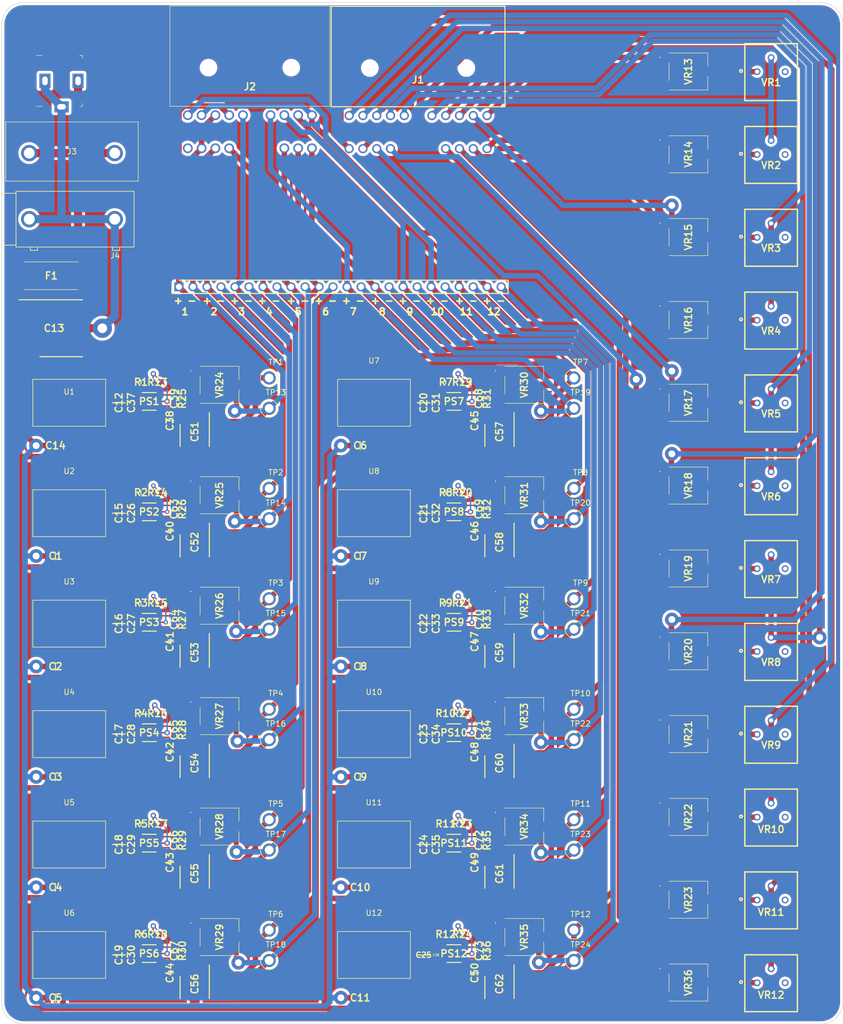
<source format=kicad_pcb>
(kicad_pcb (version 20211014) (generator pcbnew)
  (layers (0 "F.Cu" signal) (31 "B.Cu" signal) (34 "B.Paste" user) (35 "F.Paste" user) (36 "B.SilkS" user "B.Silkscreen") (37 "F.SilkS" user "F.Silkscreen") (38 "B.Mask" user) (39 "F.Mask" user) (44 "Edge.Cuts" user))
  (net 0 "")
  (net 1 "/GND_NTC_11_12")
  (net 2 "Net-(C44-Pad1)")
  (net 3 "Net-(C15-Pad2)")
  (net 4 "Net-(C15-Pad1)")
  (net 5 "Net-(C16-Pad2)")
  (net 6 "Net-(C17-Pad2)")
  (net 7 "Net-(C17-Pad1)")
  (net 8 "Net-(C19-Pad2)")
  (net 9 "Net-(C19-Pad1)")
  (net 10 "Net-(C21-Pad2)")
  (net 11 "Net-(C21-Pad1)")
  (net 12 "Net-(C22-Pad2)")
  (net 13 "Net-(C25-Pad1)")
  (net 14 "Net-(C23-Pad2)")
  (net 15 "Net-(C23-Pad1)")
  (net 16 "Net-(C12-Pad2)")
  (net 17 "Net-(C25-Pad2)")
  (net 18 "Net-(C18-Pad2)")
  (net 19 "Net-(C20-Pad2)")
  (net 20 "/GND_NTC_1_2")
  (net 21 "/GND_NTC_3_4")
  (net 22 "/GND_NTC_5_6")
  (net 23 "/GND_NTC_7_8")
  (net 24 "/GND_NTC_9_10")
  (net 37 "Net-(VR12-Pad1)")
  (net 39 "Net-(C43-Pad1)")
  (net 41 "Net-(VR1-Pad1)")
  (net 43 "Net-(C24-Pad2)")
  (net 46 "Net-(C50-Pad1)")
  (net 48 "Net-(C45-Pad1)")
  (net 50 "Net-(C46-Pad1)")
  (net 52 "Net-(C47-Pad1)")
  (net 54 "Net-(C48-Pad1)")
  (net 56 "Net-(VR10-Pad1)")
  (net 58 "Net-(VR11-Pad1)")
  (net 60 "Net-(C49-Pad1)")
  (net 61 "Net-(C38-Pad1)")
  (net 62 "Net-(C40-Pad1)")
  (net 63 "Net-(C41-Pad1)")
  (net 64 "Net-(C42-Pad1)")
  (net 65 "Net-(F1-Pad1)")
  (net 78 "Net-(C20-Pad1)")
  (net 79 "Net-(C22-Pad1)")
  (net 80 "Net-(C24-Pad1)")
  (net 81 "Net-(C16-Pad1)")
  (net 82 "Net-(C18-Pad1)")
  (net 83 "Net-(PS6-Pad2)")
  (net 84 "Net-(PS11-Pad2)")
  (net 85 "Net-(PS10-Pad2)")
  (net 86 "Net-(PS9-Pad2)")
  (net 87 "Net-(PS8-Pad2)")
  (net 88 "Net-(PS7-Pad2)")
  (net 89 "Net-(C71-Pad2)")
  (net 90 "Net-(PS5-Pad2)")
  (net 91 "Net-(PS4-Pad2)")
  (net 92 "Net-(PS3-Pad2)")
  (net 93 "Net-(PS2-Pad2)")
  (net 94 "Net-(PS1-Pad2)")
  (net 95 "Net-(C72-Pad2)")
  (net 96 "Net-(PS12-Pad2)")
  (net 97 "Net-(C73-Pad2)")
  (net 98 "Net-(C69-Pad2)")
  (net 99 "Net-(C70-Pad2)")
  (net 100 "Net-(C68-Pad2)")
  (net 101 "Net-(C67-Pad2)")
  (net 102 "Net-(C66-Pad2)")
  (net 103 "Net-(C65-Pad2)")
  (net 104 "Net-(C64-Pad2)")
  (net 105 "Net-(C63-Pad2)")
  (net 106 "Net-(C39-Pad2)")
  (net 107 "Net-(J1-Pad1)")
  (net 108 "Net-(J1-Pad2)")
  (net 109 "Net-(J1-Pad3)")
  (net 110 "Net-(J1-Pad4)")
  (net 111 "Net-(J1-Pad5)")
  (net 112 "Net-(J1-Pad6)")
  (net 113 "Net-(J1-Pad7)")
  (net 114 "Net-(J1-Pad8)")
  (net 115 "Net-(J1-Pad12)")
  (net 116 "Net-(J1-Pad13)")
  (net 117 "Net-(J1-Pad14)")
  (net 118 "Net-(J1-Pad15)")
  (net 132 "Net-(C1-Pad2)")
  (net 133 "Net-(C1-Pad1)")
  (net 134 "Net-(C12-Pad1)")
  (net 135 "Net-(VR17-Pad2)")
  (net 136 "Net-(VR18-Pad2)")
  (net 137 "Net-(VR19-Pad2)")
  (net 138 "Net-(VR20-Pad2)")
  (net 139 "Net-(VR21-Pad2)")
  (net 140 "Net-(VR14-Pad2)")
  (net 141 "Net-(VR15-Pad2)")
  (net 142 "Net-(VR16-Pad2)")
  (footprint "SamacSys_Parts:3296P-1-103" (layer "F.Cu") (at 197 97.5)
    (fp_text reference "VR5")
    (fp_text value "3362P-1-103TLF" hide)
  )
  (footprint "SamacSys_Parts:3361P1253GLF" (layer "F.Cu") (at 182 55 -90)
    (fp_text reference "VR14")
    (fp_text value "3361P-1-504GLF" hide)
  )
  (footprint "SamacSys_Parts:CAPC1608X87N" (layer "F.Cu") (at 144 119.25 90)
    (fp_text reference "C69")
    (fp_text value "885012006053" hide)
  )
  (footprint "test_point_5013:TESTPOINT_5013" (layer "F.Cu") (at 161.25 121)
    (fp_text reference "TP20")
    (fp_text value "5013")
  )
  (footprint "SamacSys_Parts:CAPC1608X87N" (layer "F.Cu") (at 136.25 200 -90)
    (fp_text reference "C36")
    (fp_text value "885012206095" hide)
  )
  (footprint "1769405341:1769405341" (layer "F.Cu") (at 125 180)
    (fp_text reference "U11")
    (fp_text value "1769405341")
  )
  (footprint "SamacSys_Parts:CAPC3225X280N" (layer "F.Cu") (at 134 140 -90)
    (fp_text reference "C22")
    (fp_text value "885012209073" hide)
  )
  (footprint "SamacSys_Parts:3296P-1-103" (layer "F.Cu") (at 197 82.5)
    (fp_text reference "VR4")
    (fp_text value "3362P-1-103TLF" hide)
  )
  (footprint "SamacSys_Parts:3361P1253GLF" (layer "F.Cu") (at 182 40 -90)
    (fp_text reference "VR13")
    (fp_text value "3361P-1-504GLF" hide)
  )
  (footprint "SamacSys_Parts:3361P1253GLF" (layer "F.Cu") (at 182 130 -90)
    (fp_text reference "VR19")
    (fp_text value "3361P-1-504GLF" hide)
  )
  (footprint "SamacSys_Parts:CAPAE530X550N" (layer "F.Cu") (at 92.5 205.25 -90)
    (fp_text reference "C56")
    (fp_text value "875105242010" hide)
  )
  (footprint "SamacSys_Parts:3361P1253GLF" (layer "F.Cu") (at 97 156.75 -90)
    (fp_text reference "VR27")
    (fp_text value "3361P-1-504GLF" hide)
  )
  (footprint "SamacSys_Parts:RESC1608X55N" (layer "F.Cu") (at 145.5 179.25 -90)
    (fp_text reference "R35")
    (fp_text value "MCT06030E1003BP100" hide)
  )
  (footprint "SamacSys_Parts:CAPC1608X87N" (layer "F.Cu") (at 88.75 139.25 90)
    (fp_text reference "C64")
    (fp_text value "885012006053" hide)
  )
  (footprint "SamacSys_Parts:HDRV24W62P0X254_1X24_6096X240X858P" (layer "F.Cu") (at 89.64 79)
    (fp_text reference "Voltage_headers1" hide)
    (fp_text value "77311-102-24LF" hide)
  )
  (footprint "SamacSys_Parts:ILAG518PD3L2" (layer "F.Cu") (at 145.5 47.984 180)
    (fp_text reference "J1")
    (fp_text value "IL-AG5-18P-D3L2" hide)
  )
  (footprint "SamacSys_Parts:RESC1608X55N" (layer "F.Cu") (at 141 116.25)
    (fp_text reference "R20")
    (fp_text value "MCT06030E1003BP100" hide)
  )
  (footprint "SamacSys_Parts:CAPC1608X87N" (layer "F.Cu") (at 136.25 100 -90)
    (fp_text reference "C31")
    (fp_text value "885012206095" hide)
  )
  (footprint "SamacSys_Parts:3361P1253GLF" (layer "F.Cu") (at 182 205 -90)
    (fp_text reference "VR36")
    (fp_text value "3361P-1-504GLF" hide)
  )
  (footprint "SamacSys_Parts:CAPC3225X280N" (layer "F.Cu") (at 78.75 200 -90)
    (fp_text reference "C19")
    (fp_text value "885012209073" hide)
  )
  (footprint "SamacSys_Parts:RESC1608X55N" (layer "F.Cu") (at 85.75 176.25)
    (fp_text reference "R17")
    (fp_text value "MCT06030E1003BP100" hide)
  )
  (footprint "SamacSys_Parts:CAPC3216X180N" (layer "F.Cu") (at 122.5 207.75 180)
    (fp_text reference "C11")
    (fp_text value "885012208094" hide)
  )
  (footprint "SamacSys_Parts:CAPC3225X280N" (layer "F.Cu") (at 134 200 -90)
    (fp_text reference "C25")
    (fp_text value "885012209073" hide)
  )
  (footprint "1769405341:1769405341" (layer "F.Cu") (at 125 160)
    (fp_text reference "U10")
    (fp_text value "1769405341")
  )
  (footprint "SamacSys_Parts:CAPC3225X280N" (layer "F.Cu") (at 78.75 140 -90)
    (fp_text reference "C16")
    (fp_text value "885012209073" hide)
  )
  (footprint "test_point_5013:TESTPOINT_5013" (layer "F.Cu") (at 161.25 201)
    (fp_text reference "TP24")
    (fp_text value "5013")
  )
  (footprint "SamacSys_Parts:RESC1608X55N" (layer "F.Cu") (at 82.75 116.25)
    (fp_text reference "R2")
    (fp_text value "MCT06030E1003BP100" hide)
  )
  (footprint "1769405341:1769405341" (layer "F.Cu") (at 125 140)
    (fp_text reference "U9")
    (fp_text value "1769405341")
  )
  (footprint "SamacSys_Parts:CAPC3216X180N" (layer "F.Cu") (at 122.5 107.75 180)
    (fp_text reference "C6")
    (fp_text value "885012208094" hide)
  )
  (footprint "SamacSys_Parts:CAPC1608X87N" (layer "F.Cu") (at 136.25 140 -90)
    (fp_text reference "C33")
    (fp_text value "885012206095" hide)
  )
  (footprint "SamacSys_Parts:CAPC1608X87N" (layer "F.Cu") (at 88.75 119.25 90)
    (fp_text reference "C63")
    (fp_text value "885012006053" hide)
  )
  (footprint "SamacSys_Parts:RESC1608X55N" (layer "F.Cu") (at 90.25 139.25 -90)
    (fp_text reference "R27")
    (fp_text value "MCT06030E1003BP100" hide)
  )
  (footprint "SamacSys_Parts:171010502" (layer "F.Cu") (at 139.5 159.75 180)
    (fp_text reference "PS10")
    (fp_text value "171010502" hide)
  )
  (footprint "test_point_5013:TESTPOINT_5013" (layer "F.Cu") (at 106 155.5)
    (fp_text reference "TP4")
    (fp_text value "5013")
  )
  (footprint "SamacSys_Parts:3361P1253GLF" (layer "F.Cu") (at 182 175 -90)
    (fp_text reference "VR22")
    (fp_text value "3361P-1-504GLF" hide)
  )
  (footprint "1769405341:1769405341" (layer "F.Cu") (at 69.75 140)
    (fp_text reference "U3")
    (fp_text value "1769405341")
  )
  (footprint "SamacSys_Parts:171010502" (layer "F.Cu") (at 84.25 159.75 180)
    (fp_text reference "PS4")
    (fp_text value "171010502" hide)
  )
  (footprint "test_point_5013:TESTPOINT_5013" (layer "F.Cu") (at 106 135.5)
    (fp_text reference "TP3")
    (fp_text value "5013")
  )
  (footprint "SamacSys_Parts:RESC1608X55N" (layer "F.Cu") (at 138 116.25)
    (fp_text reference "R8")
    (fp_text value "MCT06030E1003BP100" hide)
  )
  (footprint "SamacSys_Parts:171010502" (layer "F.Cu") (at 84.25 199.75 180)
    (fp_text reference "PS6")
    (fp_text value "171010502" hide)
  )
  (footprint "SamacSys_Parts:RESC1608X55N" (layer "F.Cu") (at 141 136.25)
    (fp_text reference "R21")
    (fp_text value "MCT06030E1003BP100" hide)
  )
  (footprint "SamacSys_Parts:RESC1608X55N" (layer "F.Cu") (at 138 156.25)
    (fp_text reference "R10")
    (fp_text value "MCT06030E1003BP100" hide)
  )
  (footprint "test_point_5013:TESTPOINT_5013" (layer "F.Cu") (at 106 201)
    (fp_text reference "TP18")
    (fp_text value "5013")
  )
  (footprint "SamacSys_Parts:3296P-1-103" (layer "F.Cu") (at 197 52.5)
    (fp_text reference "VR2")
    (fp_text value "3362P-1-103TLF" hide)
  )
  (footprint "SamacSys_Parts:3296P-1-103" (layer "F.Cu") (at 197 67.5)
    (fp_text reference "VR3")
    (fp_text value "3362P-1-103TLF" hide)
  )
  (footprint "SamacSys_Parts:CAPC3216X180N" (layer "F.Cu") (at 67.25 147.75 180)
    (fp_text reference "C2")
    (fp_text value "885012208094" hide)
  )
  (footprint "test_point_5013:TESTPOINT_5013" (layer "F.Cu") (at 161.25 141)
    (fp_text reference "TP21")
    (fp_text value "5013")
  )
  (footprint "1769405341:1769405341" (layer "F.Cu") (at 125 100)
    (fp_text reference "U7")
    (fp_text value "1769405341")
  )
  (footprint "SamacSys_Parts:3296P-1-103" (layer "F.Cu") (at 197 112.5)
    (fp_text reference "VR6")
    (fp_text value "3362P-1-103TLF" hide)
  )
  (footprint "SamacSys_Parts:CAPC3216X180N" (layer "F.Cu") (at 143.25 203.25 -90)
    (fp_text reference "C50")
    (fp_text value "885012208069" hide)
  )
  (footprint "test_point_5013:TESTPOINT_5013" (layer "F.Cu") (at 161.25 161)
    (fp_text reference "TP22")
    (fp_text value "5013")
  )
  (footprint "1769405341:1769405341" (layer "F.Cu") (at 69.75 100)
    (fp_text reference "U1")
    (fp_text value "1769405341")
  )
  (footprint "test_point_5013:TESTPOINT_5013" (layer "F.Cu") (at 161.25 95.5)
    (fp_text reference "TP7")
    (fp_text value "5013")
  )
  (footprint "SamacSys_Parts:RESC1608X55N" (layer "F.Cu") (at 141 156.25)
    (fp_text reference "R22")
    (fp_text value "MCT06030E1003BP100" hide)
  )
  (footprint "SamacSys_Parts:CAPC1608X87N" (layer "F.Cu") (at 88.75 179.25 90)
    (fp_text reference "C66")
    (fp_text value "885012006053" hide)
  )
  (footprint "SamacSys_Parts:CAPC3216X180N" (layer "F.Cu") (at 88 203.25 -90)
    (fp_text reference "C44")
    (fp_text value "885012208069" hide)
  )
  (footprint "SamacSys_Parts:CAPAE530X550N" (layer "F.Cu") (at 147.75 165.25 -90)
    (fp_text reference "C60")
    (fp_text value "875105242010" hide)
  )
  (footprint "SamacSys_Parts:RESC1608X55N" (layer "F.Cu") (at 85.75 196.25)
    (fp_text reference "R18")
    (fp_text value "MCT06030E1003BP100" hide)
  )
  (footprint "SamacSys_Parts:CAPAE530X550N" (layer "F.Cu") (at 92.5 125.25 -90)
    (fp_text reference "C52")
    (fp_text value "875105242010" hide)
  )
  (footprint "SamacSys_Parts:3296P-1-103" (layer "F.Cu") (at 197 127.5)
    (fp_text reference "VR7")
    (fp_text value "3362P-1-103TLF" hide)
  )
  (footprint "SamacSys_Parts:CAPC3225X280N" (layer "F.Cu") (at 78.75 100 -90)
    (fp_text reference "C12")
    (fp_text value "885012209073" hide)
  )
  (footprint "SamacSys_Parts:CAPC3216X180N" (layer "F.Cu") (at 122.5 127.75 180)
    (fp_text reference "C7")
    (fp_text value "885012208094" hide)
  )
  (footprint "test_point_5013:TESTPOINT_5013" (layer "F.Cu") (at 106 181)
    (fp_text reference "TP17")
    (fp_text value "5013")
  )
  (footprint "SamacSys_Parts:CAPC3216X180N" (layer "F.Cu") (at 122.5 167.75 180)
    (fp_text reference "C9")
    (fp_text value "885012208094" hide)
  )
  (footprint "SamacSys_Parts:RESC1608X55N" (layer "F.Cu") (at 90.25 99.25 -90)
    (fp_text reference "R25")
    (fp_text value "MCT06030E1003BP100" hide)
  )
  (footprint "SamacSys_Parts:CAPAE530X550N" (layer "F.Cu") (at 92.5 165.25 -90)
    (fp_text reference "C54")
    (fp_text value "875105242010" hide)
  )
  (footprint "test_point_5013:TESTPOINT_5013" (layer "F.Cu") (at 106 101)
    (fp_text reference "TP13")
    (fp_text value "5013")
  )
  (footprint "SamacSys_Parts:3296P-1-103" (layer "F.Cu") (at 197 202.5)
    (fp_text reference "VR12")
    (fp_text value "3362P-1-103TLF" hide)
  )
  (footprint "SamacSys_Parts:RESC1608X55N" (layer "F.Cu") (at 82.75 156.25)
    (fp_text reference "R4")
    (fp_text value "MCT06030E1003BP100" hide)
  )
  (footprint "SamacSys_Parts:CAPC1608X87N" (layer "F.Cu") (at 81 120 -90)
    (fp_text reference "C26")
    (fp_text value "885012206095" hide)
  )
  (footprint "SamacSys_Parts:RESC1608X55N" (layer "F.Cu") (at 90.25 119.25 -90)
    (fp_text reference "R26")
    (fp_text value "MCT06030E1003BP100" hide)
  )
  (footprint "SamacSys_Parts:RESC1608X55N" (layer "F.Cu") (at 90.25 159.25 -90)
    (fp_text reference "R28")
    (fp_text value "MCT06030E1003BP100" hide)
  )
  (footprint "test_point_5013:TESTPOINT_5013" (layer "F.Cu") (at 161.25 135.5)
    (fp_text reference "TP9")
    (fp_text value "5013")
  )
  (footprint "SamacSys_Parts:RESC1608X55N" (layer "F.Cu") (at 145.5 139.2 -90)
    (fp_text reference "R33")
    (fp_text value "MCT06030E1003BP100" hide)
  )
  (footprint "1769405341:1769405341" (layer "F.Cu") (at 69.75 180)
    (fp_text reference "U5")
    (fp_text value "1769405341")
  )
  (footprint "SamacSys_Parts:3296P-1-103" (layer "F.Cu") (at 197 187.5)
    (fp_text reference "VR11")
    (fp_text value "3362P-1-103TLF" hide)
  )
  (footprint "SamacSys_Parts:3361P1253GLF" (layer "F.Cu") (at 97 96.75 -90)
    (fp_text reference "VR24")
    (fp_text value "3361P-1-504GLF" hide)
  )
  (footprint "SamacSys_Parts:CAPC1608X87N" (layer "F.Cu") (at 88.75 159.25 90)
    (fp_text reference "C65")
    (fp_text value "885012006053" hide)
  )
  (footprint "SamacSys_Parts:3361P1253GLF" (layer "F.Cu") (at 152.25 116.75 -90)
    (fp_text reference "VR31")
    (fp_text value "3361P-1-504GLF" hide)
  )
  (footprint "SamacSys_Parts:CAPC3216X180N" (layer "F.Cu") (at 143.25 143.25 -90)
    (fp_text reference "C47")
    (fp_text value "885012208069" hide)
  )
  (footprint "SamacSys_Parts:CAPC1608X87N" (layer "F.Cu") (at 136.25 120 -90)
    (fp_text reference "C32")
    (fp_text value "885012206095" hide)
  )
  (footprint "SamacSys_Parts:CAPC3216X180N" (layer "F.Cu") (at 67.25 107.75 180)
    (fp_text reference "C14")
    (fp_text value "885012208094" hide)
  )
  (footprint "242431:242431" (layer "F.Cu") (at 78 54.785 180)
    (fp_text reference "J3")
    (fp_text value "24.243.1")
  )
  (footprint "SamacSys_Parts:171010502" (layer "F.Cu") (at 139.5 99.75 180)
    (fp_text reference "PS7")
    (fp_text value "171010502" hide)
  )
  (footprint "SamacSys_Parts:CAPAE530X550N" (layer "F.Cu") (at 92.5 105.25 -90)
    (fp_text reference "C51")
    (fp_text value "875105242010" hide)
  )
  (footprint "1769405341:1769405341" (layer "F.Cu") (at 125 200)
    (fp_text reference "U12")
    (fp_text value "1769405341")
  )
  (footprint "SamacSys_Parts:CAPC1608X87N" (layer "F.Cu") (at 136.25 160 -90)
    (fp_text reference "C34")
    (fp_text value "885012206095" hide)
  )
  (footprint "SamacSys_Parts:3361P1253GLF" (layer "F.Cu") (at 182 100 -90)
    (fp_text reference "VR17")
    (fp_text value "3361P-1-504GLF" hide)
  )
  (footprint "SamacSys_Parts:CAPC1608X87N" (layer "F.Cu") (at 144 159.25 90)
    (fp_text reference "C71")
    (fp_text value "885012006053" hide)
  )
  (footprint "test_point_5013:TESTPOINT_5013" (layer "F.Cu") (at 106 141)
    (fp_text reference "TP15")
    (fp_text value "5013")
  )
  (footprint "SamacSys_Parts:CAPC3216X180N" (layer "F.Cu") (at 88 143.25 -90)
    (fp_text reference "C41")
    (fp_text value "885012208069" hide)
  )
  (footprint "SamacSys_Parts:CAPC1608X87N" (layer "F.Cu") (at 136.25 180 -90)
    (fp_text reference "C35")
    (fp_text value "885012206095" hide)
  )
  (footprint "SamacSys_Parts:RESC1608X55N" (layer "F.Cu") (at 138 176.25)
    (fp_text reference "R11")
    (fp_text value "MCT06030E1003BP100" hide)
  )
  (footprint "SamacSys_Parts:CAPC3225X280N" (layer "F.Cu") (at 134 180 -90)
    (fp_text reference "C24")
    (fp_text value "885012209073" hide)
  )
  (footprint "SamacSys_Parts:171010502" (layer "F.Cu") (at 139.5 139.75 180)
    (fp_text reference "PS9")
    (fp_text value "171010502" hide)
  )
  (footprint "SamacSys_Parts:RESC1608X55N" (layer "F.Cu") (at 85.75 96.25)
    (fp_text reference "R13")
    (fp_text value "MCT06030E1003BP100" hide)
  )
  (footprint "SamacSys_Parts:CAPC3225X280N" (layer "F.Cu") (at 134 120 -90)
    (fp_text reference "C21")
    (fp_text value "885012209073" hide)
  )
  (footprint "SamacSys_Parts:CAPC3216X180N" (layer "F.Cu") (at 88 183.25 -90)
    (fp_text reference "C43")
    (fp_text value "885012208069" hide)
  )
  (footprint "SamacSys_Parts:171010502" (layer "F.Cu") (at 84.25 119.75 180)
    (fp_text reference "PS2")
    (fp_text value "171010502" hide)
  )
  (footprint "SamacSys_Parts:RESC1608X55N" (layer "F.Cu") (at 82.75 96.25)
    (fp_text reference "R1")
    (fp_text value "MCT06030E1003BP100" hide)
  )
  (footprint "SamacSys_Parts:CAPC1608X87N" (layer "F.Cu") (at 144 139.25 90)
    (fp_text reference "C70")
    (fp_text value "885012006053" hide)
  )
  (footprint "SamacSys_Parts:CAPC3225X280N" (layer "F.Cu") (at 134 160 -90)
    (fp_text reference "C23")
    (fp_text value "885012209073" hide)
  )
  (footprint "SamacSys_Parts:CAPC1608X87N" (layer "F.Cu") (at 81 180 -90)
    (fp_text reference "C29")
    (fp_text value "885012206095" hide)
  )
  (footprint "SamacSys_Parts:CAPAE530X550N" (layer "F.Cu") (at 147.75 185.25 -90)
    (fp_text reference "C61")
    (fp_text value "875105242010" hide)
  )
  (footprint "SamacSys_Parts:3361P1253GLF" (layer "F.Cu") (at 152.25 136.75 -90)
    (fp_text reference "VR32")
    (fp_text value "3361P-1-504GLF" hide)
  )
  (footprint "SamacSys_Parts:CAPC1608X87N" (layer "F.Cu") (at 81 160 -90)
    (fp_text reference "C28")
    (fp_text value "885012206095" hide)
  )
  (footprint "SamacSys_Parts:CAPC3216X180N" (layer "F.Cu") (at 88 103.25 -90)
    (fp_text reference "C38")
    (fp_text value "885012208069" hide)
  )
  (footprint "SamacSys_Parts:RESC1608X55N" (layer "F.Cu") (at 145.5 99.25 -90)
    (fp_text reference "R31")
    (fp_text value "MCT06030E1003BP100" hide)
  )
  (footprint "SamacSys_Parts:3361P1253GLF" (layer "F.Cu") (at 182 115 -90)
    (fp_text reference "VR18")
    (fp_text value "3361P-1-504GLF" hide)
  )
  (footprint "SamacSys_Parts:CAPAE530X550N" (layer "F.Cu") (at 147.75 105.25 -90)
    (fp_text reference "C57")
    (fp_text value "875105242010" hide)
  )
  (footprint "SamacSys_Parts:CAPAE530X550N" (layer "F.Cu") (at 147.75 205.25 -90)
    (fp_text reference "C62")
    (fp_text value "875105242010" hide)
  )
  (footprint "1769405341:1769405341" (layer "F.Cu") (at 69.75 120)
    (fp_text reference "U2")
    (fp_text value "1769405341")
  )
  (footprint "SamacSys_Parts:3361P1253GLF" (layer "F.Cu") (at 97 136.75 -90)
    (fp_text reference "VR26")
    (fp_text value "3361P-1-504GLF" hide)
  )
  (footprint "SamacSys_Parts:CAPC3216X180N" (layer "F.Cu") (at 88 123.25 -90)
    (fp_text reference "C40")
    (fp_text value "885012208069" hide)
  )
  (footprint "SamacSys_Parts:CAPC1608X87N" (layer "F.Cu") (at 144 179.25 90)
    (fp_text reference "C72")
    (fp_text value "885012006053" hide)
  )
  (footprint "SamacSys_Parts:CAPAE1030X1050N" (layer "F.Cu") (at 67 86.5)
    (fp_text reference "C13")
    (fp_text value "865080657018" hide)
  )
  (footprint "SamacSys_Parts:CAPAE530X550N" (layer "F.Cu") (at 147.75 145.25 -90)
    (fp_text reference "C59")
    (fp_text value "875105242010" hide)
  )
  (footprint "SamacSys_Parts:CAPC3216X180N" (layer "F.Cu") (at 122.5 147.75 180)
    (fp_text reference "C8")
    (fp_text value "885012208094" hide)
  )
  (footprint "SamacSys_Parts:3361P1253GLF" (layer "F.Cu") (at 182 70 -90)
    (fp_text reference "VR15")
    (fp_text value "3361P-1-504GLF" hide)
  )
  (footprint "SamacSys_Parts:RESC1608X55N" (layer "F.Cu") (at 85.75 156.25)
    (fp_text reference "R16")
    (fp_text value "MCT06030E1003BP100" hide)
  )
  (footprint "SamacSys_Parts:3361P1253GLF" (layer "F.Cu") (at 152.25 196.75 -90)
    (fp_text reference "VR35")
    (fp_text value "3361P-1-504GLF" hide)
  )
  (footprint "1769405341:1769405341" (layer "F.Cu") (at 69.75 160)
    (fp_text reference "U4")
    (fp_text value "1769405341")
  )
  (footprint "SamacSys_Parts:3361P1253GLF" (layer "F.Cu") (at 152.25 156.75 -90)
    (fp_text reference "VR33")
    (fp_text value "3361P-1-504GLF" hide)
  )
  (footprint "SamacSys_Parts:RESC1608X55N" (layer "F.Cu") (at 145.5 159.25 -90)
    (fp_text reference "R34")
    (fp_text value "MCT06030E1003BP100" hide)
  )
  (footprint "SamacSys_Parts:3361P1253GLF" (layer "F.Cu") (at 97 116.75 -90)
    (fp_text reference "VR25")
    (fp_text value "3361P-1-504GLF" hide)
  )
  (footprint "SamacSys_Parts:3361P1253GLF" (layer "F.Cu") (at 97 196.75 -90)
    (fp_text reference "VR29")
    (fp_text value "3361P-1-504GLF" hide)
  )
  (footprint "SamacSys_Parts:CAPC3225X280N" (layer "F.Cu") (at 78.75 160 -90)
    (fp_text reference "C17")
    (fp_text value "885012209073" hide)
  )
  (footprint "SamacSys_Parts:171010502" (layer "F.Cu") (at 84.25 179.75 180)
    (fp_text reference "PS5")
    (fp_text value "171010502" hide)
  )
  (footprint "SamacSys_Parts:3361P1253GLF" (layer "F.Cu") (at 182 160 -90)
    (fp_text reference "VR21")
    (fp_text value "3361P-1-504GLF" hide)
  )
  (footprint "242432:MULTICOMP_24.243.2" (layer "F.Cu") (at 70.25 66.75 180)
    (fp_text reference "J4")
    (fp_text value "24.243.2")
  )
  (footprint "1769405341:1769405341" (layer "F.Cu") (at 125 120)
    (fp_text reference "U8")
    (fp_text value "1769405341")
  )
  (footprint "SamacSys_Parts:CAPC3216X180N" (layer "F.Cu") (at 143.25 123.25 -90)
    (fp_text reference "C46")
    (fp_text value "885012208069" hide)
  )
  (footprint "SamacSys_Parts:CAPC1608X87N" (layer "F.Cu") (at 81 200 -90)
    (fp_text reference "C30")
    (fp_text value "885012206095" hide)
  )
  (footprint "SamacSys_Parts:3361P1253GLF" (layer "F.Cu") (at 97 176.75 -90)
    (fp_text reference "VR28")
    (fp_text value "3361P-1-504GLF" hide)
  )
  (footprint "test_point_5013:TESTPOINT_5013" (layer "F.Cu") (at 161.25 195.5)
    (fp_text reference "TP12")
    (fp_text value "5013")
  )
  (footprint "test_point_5013:TESTPOINT_5013" (layer "F.Cu") (at 161.25 181)
    (fp_text reference "TP23")
    (fp_text value "5013")
  )
  (footprint "test_point_5013:TESTPOINT_5013" (layer "F.Cu") (at 106 121)
    (fp_text reference "TP14")
    (fp_text value "5013")
  )
  (footprint "SamacSys_Parts:171010502" (layer "F.Cu") (at 84.25 99.75 180)
    (fp_text reference "PS1")
    (fp_text value "171010502" hide)
  )
  (footprint "SamacSys_Parts:CAPC1608X87N" (layer "F.Cu") (at 144 99.25 90)
    (fp_text reference "C68")
    (fp_text value "885012006053" hide)
  )
  (footprint "SamacSys_Parts:171010502" (layer "F.Cu") (at 139.5 179.75 180)
    (fp_text reference "PS11")
    (fp_text value "171010502" hide)
  )
  (footprint "SamacSys_Parts:RESC1608X55N" (layer "F.Cu") (at 141 196.25)
    (fp_text reference "R24")
    (fp_text value "MCT06030E1003BP100" hide)
  )
  (footprint "SamacSys_Parts:CAPC3216X180N" (layer "F.Cu") (at 67.25 207.75 180)
    (fp_text reference "C5")
    (fp_text value "885012208094" hide)
  )
  (footprint "SamacSys_Parts:CAPAE530X550N" (layer "F.Cu") (at 92.5 185.25 -90)
    (fp_text reference "C55")
    (fp_text value "875105242010" hide)
  )
  (footprint "SamacSys_Parts:CAPC1608X87N" (layer "F.Cu") (at 88.75 99.25 90)
    (fp_text reference "C39")
    (fp_text value "885012006053" hide)
  )
  (footprint "SamacSys_Parts:ILAG516PD3L2A" (layer "F.Cu") (at 113.75 47.9075 180)
    (fp_text reference "J2")
    (fp_text value "IL-AG5-16P-D3L2-A" hide)
  )
  (footprint "SamacSys_Parts:3296P-1-103" (layer "F.Cu") (at 197 172.5)
    (fp_text reference "VR10")
    (fp_text value "3362P-1-103TLF" hide)
  )
  (footprint "SamacSys_Parts:RESC1608X55N" (layer "F.Cu") (at 138 96.25)
    (fp_text reference "R7")
    (fp_text value "MCT06030E1003BP100" hide)
  )
  (footprint "SamacSys_Parts:RESC1608X55N" (layer "F.Cu") (at 90.25 199.25 -90)
    (fp_text reference "R30")
    (fp_text value "MCT06030E1003BP100" hide)
  )
  (footprint "test_point_5013:TESTPOINT_5013" (layer "F.Cu") (at 106 115.5)
    (fp_text reference "TP2")
    (fp_text value "5013")
  )
  (footprint "SamacSys_Parts:RESC1608X55N" (layer "F.Cu") (at 145.5 199.25 -90)
    (fp_text reference "R36")
    (fp_text value "MCT06030E1003BP100" hide)
  )
  (footprint "SamacSys_Parts:CAPC3225X280N" (layer "F.Cu") (at 78.75 120 -90)
    (fp_text reference "C15")
    (fp_text value "885012209073" hide)
  )
  (footprint "SamacSys_Parts:RESC1608X55N" (layer "F.Cu") (at 90.25 179.25 -90)
    (fp_text reference "R29")
    (fp_text value "MCT06030E1003BP100" hide)
  )
  (footprint "test_point_5013:TESTPOINT_5013" (layer "F.Cu") (at 161.25 175.5)
    (fp_text reference "TP11")
    (fp_text value "5013")
  )
  (footprint "SamacSys_Parts:RESC1608X55N" (layer "F.Cu") (at 141 96.25)
    (fp_text reference "R19")
    (fp_text value "MCT06030E1003BP100" hide)
  )
  (footprint "SamacSys_Parts:CAPC3216X180N" (layer "F.Cu") (at 143.25 183.25 -90)
    (fp_text reference "C49")
    (fp_text value "885012208069" hide)
  )
  (footprint "SamacSys_Parts:CAPAE530X550N" (layer "F.Cu") (at 92.5 145.25 -90)
    (fp_text reference "C53")
    (fp_text value "875105242010" hide)
  )
  (footprint "SamacSys_Parts:171010502" (layer "F.Cu") (at 139.5 199.75 180)
    (fp_text reference "PS12")
    (fp_text value "171010502" hide)
  )
  (footprint "SamacSys_Parts:171010502" (layer "F.Cu") (at 139.5 119.75 180)
    (fp_text reference "PS8")
    (fp_text value "171010502" hide)
  )
  (footprint "digikey-footprints:Barrel_Jack_5.5mmODx2.1mmID_PJ-102A" (layer "F.Cu") (at 68.35 41.7 90)
    (fp_text reference "Power_in1" hide)
    (fp_text value "PJ-102A")
  )
  (footprint "SamacSys_Parts:CAPC1608X87N" (layer "F.Cu") (at 88.75 199.25 90)
    (fp_text reference "C67")
    (fp_text value "885012006053" hide)
  )
  (footprint "SamacSys_Parts:CAPC3225X280N" (layer "F.Cu") (at 78.75 180 -90)
    (fp_text reference "C18")
    (fp_text value "885012209073" hide)
  )
  (footprint "SamacSys_Parts:3361P1253GLF" (layer "F.Cu") (at 182 145 -90)
    (fp_text reference "VR20")
    (fp_text value "3361P-1-504GLF" hide)
  )
  (footprint "SamacSys_Parts:CAPC1608X87N" (layer "F.Cu") (at 144 199.25 90)
    (fp_text reference "C73")
    (fp_text value "885012006053" hide)
  )
  (footprint "SamacSys_Parts:RESC1608X55N" (layer "F.Cu") (at 82.75 136.25)
    (fp_text reference "R3")
    (fp_text value "MCT06030E1003BP100" hide)
  )
  (footprint "test_point_5013:TESTPOINT_5013" (layer "F.Cu") (at 161.25 101)
    (fp_text reference "TP19")
    (fp_text value "5013")
  )
  (footprint "SamacSys_Parts:CAPC3216X180N" (layer "F.Cu") (at 88 163.25 -90)
    (fp_text reference "C42")
    (fp_text value "885012208069" hide)
  )
  (footprint "SamacSys_Parts:171010502" (layer "F.Cu") (at 84.25 139.75 180)
    (fp_text reference "PS3")
    (fp_text value "171010502" hide)
  )
  (footprint "SamacSys_Parts:CAPAE530X550N" (layer "F.Cu") (at 147.75 125.25 -90)
    (fp_text reference "C58")
    (fp_text value "875105242010" hide)
  )
  (footprint "SamacSys_Parts:RESC1608X55N" (layer "F.Cu") (at 85.75 116.25)
    (fp_text reference "R14")
    (fp_text value "MCT06030E1003BP100" hide)
  )
  (footprint "SamacSys_Parts:3361P1253GLF" (layer "F.Cu") (at 152.25 96.75 -90)
    (fp_text reference "VR30")
    (fp_text value "3361P-1-504GLF" hide)
  )
  (footprint "SamacSys_Parts:CAPC1608X87N" (layer "F.Cu") (at 81 140 -90)
    (fp_text reference "C27")
    (fp_text value "885012206095" hide)
  )
  (footprint "SamacSys_Parts:3296P-1-103" (layer "F.Cu") (at 197 142.5)
    (fp_text reference "VR8")
    (fp_text value "3362P-1-103TLF" hide)
  )
  (footprint "SamacSys_Parts:CAPC1608X87N" (layer "F.Cu") (at 81 100 -90)
    (fp_text reference "C37")
    (fp_text value "885012206095" hide)
  )
  (footprint "test_point_5013:TESTPOINT_5013" (layer "F.Cu") (at 106 195.5)
    (fp_text reference "TP6")
    (fp_text value "5013")
  )
  (footprint "SamacSys_Parts:CAPC3225X280N" (layer "F.Cu") (at 134 100 -90)
    (fp_text reference "C20")
    (fp_text value "885012209073" hide)
  )
  (footprint "SamacSys_Parts:RESC1608X55N" (layer "F.Cu") (at 138 196.25)
    (fp_text reference "R12")
    (fp_text value "MCT06030E1003BP100" hide)
  )
  (footprint "SamacSys_Parts:0154063DR" (layer "F.Cu") (at 66.5 77 180)
    (fp_text reference "F1")
    (fp_text value "015406.3DR" hide)
  )
  (footprint "SamacSys_Parts:CAPC3216X180N" (layer "F.Cu") (at 143.25 103.25 -90)
    (fp_text reference "C45")
    (fp_text value "885012208069" hide)
  )
  (footprint "SamacSys_Parts:CAPC3216X180N" (layer "F.Cu") (at 67.25 167.75 180)
    (fp_text reference "C3")
    (fp_text value "885012208094" hide)
  )
  (footprint "SamacSys_Parts:RESC1608X55N" (layer "F.Cu") (at 82.75 176.25)
    (fp_text reference "R5")
    (fp_text value "MCT06030E1003BP100" hide)
  )
  (footprint "test_point_5013:TESTPOINT_5013" (layer "F.Cu") (at 106 95.5)
    (fp_text reference "TP1")
    (fp_text value "5013")
  )
  (footprint "SamacSys_Parts:CAPC3216X180N" (layer "F.Cu") (at 122.5 187.75 180)
    (fp_text reference "C10")
    (fp_text value "885012208094" hide)
  )
  (footprint "SamacSys_Parts:RESC1608X55N" (layer "F.Cu") (at 85.75 136.25)
    (fp_text reference "R15")
    (fp_text value "MCT06030E1003BP100" hide)
  )
  (footprint "SamacSys_Parts:CAPC3216X180N" (layer "F.Cu") (at 67.25 187.75 180)
    (fp_text reference "C4")
    (fp_text value "885012208094" hide)
  )
  (footprint "SamacSys_Parts:RESC1608X55N" (layer "F.Cu") (at 138 136.25)
    (fp_text reference "R9")
    (fp_text value "MCT06030E1003BP100" hide)
  )
  (footprint "SamacSys_Parts:RESC1608X55N" (layer "F.Cu") (at 141 176.25)
    (fp_text reference "R23")
    (fp_text value "MCT06030E1003BP100" hide)
  )
  (footprint "test_point_5013:TESTPOINT_5013" (layer "F.Cu") (at 161.25 155.5)
    (fp_text reference "TP10")
    (fp_text value "5013")
  )
  (footprint "1769405341:1769405341" (layer "F.Cu") (at 69.75 200)
    (fp_text reference "U6")
    (fp_text value "1769405341")
  )
  (footprint "test_point_5013:TESTPOINT_5013" (layer "F.Cu") (at 106 175.5)
    (fp_text reference "TP5")
    (fp_text value "5013")
  )
  (footprint "SamacSys_Parts:3361P1253GLF" (layer "F.Cu") (at 182 85 -90)
    (fp_text reference "VR16")
    (fp_text value "3361P-1-504GLF" hide)
  )
  (footprint "SamacSys_Parts:3361P1253GLF" (layer "F.Cu") (at 152.25 176.75 -90)
    (fp_text reference "VR34")
    (fp_text value "3361P-1-504GLF" hide)
  )
  (footprint "SamacSys_Parts:CAPC3216X180N" (layer "F.Cu") (at 67.25 127.75 180)
    (fp_text reference "C1")
    (fp_text value "885012208094" hide)
  )
  (footprint "SamacSys_Parts:3296P-1-103" (layer "F.Cu") (at 197 37.5)
    (fp_text reference "VR1")
    (fp_text value "3362P-1-103TLF" hide)
  )
  (footprint "test_point_5013:TESTPOINT_5013" (layer "F.Cu") (at 106 161)
    (fp_text reference "TP16")
    (fp_text value "5013")
  )
  (footprint "SamacSys_Parts:RESC1608X55N" (layer "F.Cu") (at 145.5 119.25 -90)
    (fp_text reference "R32")
    (fp_text value "MCT06030E1003BP100" hide)
  )
  (footprint "SamacSys_Parts:CAPC3216X180N" (layer "F.Cu") (at 143.25 163.25 -90)
    (fp_text reference "C48")
    (fp_text value "885012208069" hide)
  )
  (footprint "SamacSys_Parts:3296P-1-103" (layer "F.Cu") (at 197 157.5)
    (fp_text reference "VR9")
    (fp_text value "3362P-1-103TLF" hide)
  )
  (footprint "SamacSys_Parts:RESC1608X55N" (layer "F.Cu") (at 82.75 196.25)
    (fp_text reference "R6")
    (fp_text value "MCT06030E1003BP100" hide)
  )
  (footprint "SamacSys_Parts:3361P1253GLF" (layer "F.Cu") (at 182 190 -90)
    (fp_text reference "VR23")
    (fp_text value "3361P-1-504GLF" hide)
  )
  (footprint "test_point_5013:TESTPOINT_5013" (layer "F.Cu") (at 161.25 115.5)
    (fp_text reference "TP8")
    (fp_text value "5013")
  )
  (gr_arc (start 206 27.5) (mid 208.828427 28.671573) (end 210 31.5) (layer "Edge.Cuts") (width 0.1))
  (gr_arc (start 57.5 31.5) (mid 58.671573 28.671573) (end 61.5 27.5) (layer "Edge.Cuts") (width 0.1))
  (gr_line (start 61.5 27.5) (end 206 27.5) (layer "Edge.Cuts") (width 0.1))
  (gr_line (start 57.5 208.5) (end 57.5 31.5) (layer "Edge.Cuts") (width 0.1))
  (gr_arc (start 210 208.5) (mid 208.828427 211.328427) (end 206 212.5) (layer "Edge.Cuts") (width 0.1))
  (gr_line (start 206 212.5) (end 61.5 212.5) (layer "Edge.Cuts") (width 0.1))
  (gr_line (start 210 31.5) (end 210 208.5) (layer "Edge.Cuts") (width 0.1))
  (gr_arc (start 61.5 212.5) (mid 58.671573 211.328427) (end 57.5 208.5) (layer "Edge.Cuts") (width 0.1))
  (gr_text "+ -\n9" (at 131.5 82.5) (layer "F.SilkS") (effects (font (size 1.25 1.25) (thickness 0.3))))
  (gr_text "+ -\n6" (at 116.25 82.5) (layer "F.SilkS") (effects (font (size 1.25 1.25) (thickness 0.3))))
  (gr_text "+ -\n11" (at 141.75 82.5) (layer "F.SilkS") (effects (font (size 1.25 1.25) (thickness 0.3))))
  (gr_text "+ -\n1" (at 90.75 82.5) (layer "F.SilkS") (effects (font (size 1.25 1.25) (thickness 0.3))))
  (gr_text "+ -\n2\n" (at 96 82.5) (layer "F.SilkS") (effects (font (size 1.25 1.25) (thickness 0.3))))
  (gr_text "+ -\n3" (at 101 82.5) (layer "F.SilkS") (effects (font (size 1.25 1.25) (thickness 0.3))))
  (gr_text "+ -\n4" (at 106 82.5) (layer "F.SilkS") (effects (font (size 1.25 1.25) (thickness 0.3))))
  (gr_text "+ -\n7" (at 121.25 82.5) (layer "F.SilkS") (effects (font (size 1.25 1.25) (thickness 0.3))))
  (gr_text "+ -\n8" (at 126.5 82.5) (layer "F.SilkS") (effects (font (size 1.25 1.25) (thickness 0.3))))
  (gr_text "+ -\n12" (at 146.75 82.5) (layer "F.SilkS") (effects (font (size 1.25 1.25) (thickness 0.3))))
  (gr_text "+ -\n10" (at 136.5 82.5) (layer "F.SilkS") (effects (font (size 1.25 1.25) (thickness 0.3))))
  (gr_text "+ -\n5" (at 111.25 82.5) (layer "F.SilkS") (effects (font (size 1.25 1.25) (thickness 0.3))))
  (segment (start 135.5 47.984) (end 138.131531 45.352469) (width 1) (layer "B.Cu") (net 1))
  (segment (start 138.131531 45.352469) (end 196.897531 45.352469) (width 1) (layer "B.Cu") (net 1))
  (segment (start 197 45.25) (end 197 37.5) (width 1) (layer "B.Cu") (net 1))
  (segment (start 196.897531 45.352469) (end 197 45.25) (width 1) (layer "B.Cu") (net 1))
  (segment (start 197 52.5) (end 197 45.25) (width 1) (layer "B.Cu") (net 1))
  (segment (start 90.11 201.89) (end 90.25 201.75) (width 0.5) (layer "F.Cu") (net 2))
  (segment (start 92.5 203.25) (end 91.25 203.25) (width 0.5) (layer "F.Cu") (net 2))
  (segment (start 91.25 203.25) (end 90.25 202.25) (width 0.5) (layer "F.Cu") (net 2))
  (segment (start 113.098079 80.941921) (end 115.04 79) (width 1) (layer "F.Cu") (net 2))
  (segment (start 103.5 198) (end 103.5 201.5) (width 1) (layer "F.Cu") (net 2))
  (segment (start 88.88 200.05) (end 90.25 200.05) (width 0.5) (layer "F.Cu") (net 2))
  (segment (start 90.25 201.75) (end 90.25 200.05) (width 0.5) (layer "F.Cu") (net 2))
  (segment (start 103.5 201.5) (end 101.5 203.5) (width 1) (layer "F.Cu") (net 2))
  (segment (start 111.25 75.21) (end 111.25 53.9075) (width 1) (layer "F.Cu") (net 2))
  (segment (start 88 201.89) (end 90.11 201.89) (width 0.5) (layer "F.Cu") (net 2))
  (segment (start 88.095 200.575) (end 88.75 199.92) (width 0.25) (layer "F.Cu") (net 2))
  (segment (start 106 195.5) (end 103.5 198) (width 1) (layer "F.Cu") (net 2))
  (segment (start 92.75 203.5) (end 92.5 203.25) (width 1) (layer "F.Cu") (net 2))
  (segment (start 106 195.5) (end 113.098079 188.401921) (width 1) (layer "F.Cu") (net 2))
  (segment (start 101.5 203.5) (end 92.75 203.5) (width 1) (layer "F.Cu") (net 2))
  (segment (start 113.098079 188.401921) (end 113.098079 80.941921) (width 1) (layer "F.Cu") (net 2))
  (segment (start 115.04 79) (end 111.25 75.21) (width 1) (layer "F.Cu") (net 2))
  (segment (start 90.25 202.25) (end 90.25 201.75) (width 0.5) (layer "F.Cu") (net 2))
  (segment (start 85.525 200.575) (end 88.095 200.575) (width 0.25) (layer "F.Cu") (net 2))
  (segment (start 88.75 199.92) (end 88.88 200.05) (width 0.5) (layer "F.Cu") (net 2))
  (segment (start 84.25 120.86) (end 88 124.61) (width 1) (layer "F.Cu") (net 3))
  (segment (start 82.975 120.575) (end 81.095 120.575) (width 0.25) (layer "F.Cu") (net 3))
  (segment (start 99.75 127.25) (end 106 121) (width 1) (layer "F.Cu") (net 3))
  (segment (start 100.075 116.75) (end 100.075 121.175) (width 1) (layer "F.Cu") (net 3))
  (segment (start 80.34 121.33) (end 81 120.67) (width 0.5) (layer "F.Cu") (net 3))
  (segment (start 92.5 127.25) (end 99.75 127.25) (width 1) (layer "F.Cu") (net 3))
  (segment (start 81.095 120.575) (end 81 120.67) (width 0.25) (layer "F.Cu") (net 3))
  (segment (start 84.25 119.75) (end 83.425 120.575) (width 0.5) (layer "F.Cu") (net 3))
  (segment (start 75 125.08) (end 78.75 121.33) (width 1) (layer "F.Cu") (net 3))
  (segment (start 73.56 125.08) (end 75 125.08) (width 1) (layer "F.Cu") (net 3))
  (segment (start 84.25 119.75) (end 84.25 120.86) (width 1) (layer "F.Cu") (net 3))
  (segment (start 90.64 127.25) (end 92.5 127.25) (width 1) (layer "F.Cu") (net 3))
  (segment (start 88 124.61) (end 90.64 127.25) (width 1) (layer "F.Cu") (net 3))
  (segment (start 83.425 120.575) (end 82.975 120.575) (width 0.5) (layer "F.Cu") (net 3))
  (segment (start 86.55 116.25) (end 84.25 118.55) (width 0.5) (layer "F.Cu") (net 3))
  (segment (start 84.25 118.55) (end 84.25 119.75) (width 0.5) (layer "F.Cu") (net 3))
  (segment (start 100.075 121.175) (end 99.75 121.5) (width 1) (layer "F.Cu") (net 3))
  (segment (start 78.75 121.33) (end 80.34 121.33) (width 0.5) (layer "F.Cu") (net 3))
  (via (at 99.75 121.5) (size 2.5) (drill 1.25) (layers "F.Cu" "B.Cu") (net 3))
  (segment (start 106 121) (end 109.64952 117.35048) (width 1) (layer "B.Cu") (net 3))
  (segment (start 109.64952 91.38952) (end 97.26 79) (width 1) (layer "B.Cu") (net 3))
  (segment (start 105.5 121.5) (end 106 121) (width 1) (layer "B.Cu") (net 3))
  (segment (start 109.64952 117.35048) (end 109.64952 91.38952) (width 1) (layer "B.Cu") (net 3))
  (segment (start 99.75 121.5) (end 105.5 121.5) (width 1) (layer "B.Cu") (net 3))
  (segment (start 80.34 118.67) (end 81 119.33) (width 0.5) (layer "F.Cu") (net 4))
  (segment (start 75 114.92) (end 78.75 118.67) (width 1) (layer "F.Cu") (net 4))
  (segment (start 82.975 118.925) (end 81.405 118.925) (width 0.25) (layer "F.Cu") (net 4))
  (segment (start 82.975 119.75) (end 81.42 119.75) (width 0.25) (layer "F.Cu") (net 4))
  (segment (start 81 117.2) (end 81.95 116.25) (width 0.5) (layer "F.Cu") (net 4))
  (segment (start 81.42 119.75) (end 81 119.33) (width 0.25) (layer "F.Cu") (net 4))
  (segment (start 78.75 118.67) (end 80.34 118.67) (width 0.5) (layer "F.Cu") (net 4))
  (segment (start 73.56 114.92) (end 75 114.92) (width 1) (layer "F.Cu") (net 4))
  (segment (start 81 119.33) (end 81 117.2) (width 0.5) (layer "F.Cu") (net 4))
  (segment (start 81.405 118.925) (end 81 119.33) (width 0.25) (layer "F.Cu") (net 4))
  (segment (start 84.25 139.75) (end 84.25 138.55) (width 0.5) (layer "F.Cu") (net 5))
  (segment (start 92.5 147.25) (end 99.75 147.25) (width 1) (layer "F.Cu") (net 5))
  (segment (start 81.095 140.575) (end 82.975 140.575) (width 0.5) (layer "F.Cu") (net 5))
  (segment (start 84.25 140.86) (end 88 144.61) (width 1) (layer "F.Cu") (net 5))
  (segment (start 88 144.61) (end 90.64 147.25) (width 1) (layer "F.Cu") (net 5))
  (segment (start 75 145.08) (end 78.75 141.33) (width 1) (layer "F.Cu") (net 5))
  (segment (start 78.75 141.33) (end 80.34 141.33) (width 0.5) (layer "F.Cu") (net 5))
  (segment (start 84.25 139.75) (end 84.25 140.86) (width 1) (layer "F.Cu") (net 5))
  (segment (start 81 140.67) (end 81.095 140.575) (width 0.5) (layer "F.Cu") (net 5))
  (segment (start 80.34 141.33) (end 81 140.67) (width 0.5) (layer "F.Cu") (net 5))
  (segment (start 73.56 145.08) (end 75 145.08) (width 1) (layer "F.Cu") (net 5))
  (segment (start 83.425 140.575) (end 82.975 140.575) (width 0.5) (layer "F.Cu") (net 5))
  (segment (start 99.75 147.25) (end 106 141) (width 1) (layer "F.Cu") (net 5))
  (segment (start 84.25 139.75) (end 83.425 140.575) (width 0.5) (layer "F.Cu") (net 5))
  (segment (start 100.075 136.75) (end 100.075 141.3255) (width 1) (layer "F.Cu") (net 5))
  (segment (start 84.25 138.55) (end 86.55 136.25) (width 0.5) (layer "F.Cu") (net 5))
  (segment (start 90.64 147.25) (end 92.5 147.25) (width 1) (layer "F.Cu") (net 5))
  (segment (start 100.075 141.3255) (end 100 141.4005) (width 1) (layer "F.Cu") (net 5))
  (via (at 100 141.4005) (size 2.5) (drill 1.25) (layers "F.Cu" "B.Cu") (net 5))
  (segment (start 106 141) (end 110.799039 136.200961) (width 1) (layer "B.Cu") (net 5))
  (segment (start 105.5995 141.4005) (end 106 141) (width 1) (layer "B.Cu") (net 5))
  (segment (start 100 141.4005) (end 105.5995 141.4005) (width 1) (layer "B.Cu") (net 5))
  (segment (start 110.799039 136.200961) (end 110.799039 87.459039) (width 1) (layer "B.Cu") (net 5))
  (segment (start 110.799039 87.459039) (end 102.34 79) (width 1) (layer "B.Cu") (net 5))
  (segment (start 90.64 167.25) (end 92.5 167.25) (width 1) (layer "F.Cu") (net 6))
  (segment (start 100.075 161.075) (end 100.25 161.25) (width 1) (layer "F.Cu") (net 6))
  (segment (start 73.56 165.08) (end 75 165.08) (width 1) (layer "F.Cu") (net 6))
  (segment (start 84.25 159.75) (end 84.25 160.86) (width 1) (layer "F.Cu") (net 6))
  (segment (start 88 164.61) (end 90.64 167.25) (width 1) (layer "F.Cu") (net 6))
  (segment (start 92.5 167.25) (end 99.75 167.25) (width 1) (layer "F.Cu") (net 6))
  (segment (start 84.25 159.75) (end 83.425 160.575) (width 0.5) (layer "F.Cu") (net 6))
  (segment (start 83.425 160.575) (end 82.975 160.575) (width 0.5) (layer "F.Cu") (net 6))
  (segment (start 81 160.67) (end 81.095 160.575) (width 0.5) (layer "F.Cu") (net 6))
  (segment (start 84.25 158.55) (end 84.25 159.75) (width 0.5) (layer "F.Cu") (net 6))
  (segment (start 100.075 156.75) (end 100.075 161.075) (width 1) (layer "F.Cu") (net 6))
  (segment (start 80.34 161.33) (end 81 160.67) (width 0.5) (layer "F.Cu") (net 6))
  (segment (start 75 165.08) (end 78.75 161.33) (width 1) (layer "F.Cu") (net 6))
  (segment (start 99.75 167.25) (end 106 161) (width 1) (layer "F.Cu") (net 6))
  (segment (start 84.25 160.86) (end 88 164.61) (width 1) (layer "F.Cu") (net 6))
  (segment (start 86.55 156.25) (end 84.25 158.55) (width 0.5) (layer "F.Cu") (net 6))
  (segment (start 81.095 160.575) (end 82.975 160.575) (width 0.5) (layer "F.Cu") (net 6))
  (segment (start 78.75 161.33) (end 80.34 161.33) (width 0.5) (layer "F.Cu") (net 6))
  (via (at 100.25 161.25) (size 2.5) (drill 1.25) (layers "F.Cu" "B.Cu") (net 6))
  (segment (start 111.948558 155.051442) (end 111.948558 83.528558) (width 1) (layer "B.Cu") (net 6))
  (segment (start 105.75 161.25) (end 106 161) (width 1) (layer "B.Cu") (net 6))
  (segment (start 111.948558 83.528558) (end 107.42 79) (width 1) (layer "B.Cu") (net 6))
  (segment (start 100.25 161.25) (end 105.75 161.25) (width 1) (layer "B.Cu") (net 6))
  (segment (start 106 161) (end 111.948558 155.051442) (width 1) (layer "B.Cu") (net 6))
  (segment (start 81 157.2) (end 81.95 156.25) (width 0.5) (layer "F.Cu") (net 7))
  (segment (start 81.42 159.75) (end 82.975 159.75) (width 0.25) (layer "F.Cu") (net 7))
  (segment (start 73.56 154.92) (end 75 154.92) (width 1) (layer "F.Cu") (net 7))
  (segment (start 81 159.33) (end 81.42 159.75) (width 0.25) (layer "F.Cu") (net 7))
  (segment (start 81.405 158.925) (end 82.975 158.925) (width 0.25) (layer "F.Cu") (net 7))
  (segment (start 80.34 158.67) (end 81 159.33) (width 0.5) (layer "F.Cu") (net 7))
  (segment (start 78.75 158.67) (end 80.34 158.67) (width 0.5) (layer "F.Cu") (net 7))
  (segment (start 75 154.92) (end 78.75 158.67) (width 1) (layer "F.Cu") (net 7))
  (segment (start 81 159.33) (end 81 157.2) (width 0.5) (layer "F.Cu") (net 7))
  (segment (start 81 159.33) (end 81.405 158.925) (width 0.25) (layer "F.Cu") (net 7))
  (segment (start 73.56 205.08) (end 75 205.08) (width 1) (layer "F.Cu") (net 8))
  (segment (start 84.25 198.55) (end 86.55 196.25) (width 0.5) (layer "F.Cu") (net 8))
  (segment (start 84.25 199.75) (end 84.25 198.55) (width 0.5) (layer "F.Cu") (net 8))
  (segment (start 84.25 199.75) (end 84.25 200.86) (width 1) (layer "F.Cu") (net 8))
  (segment (start 83.425 200.575) (end 82.975 200.575) (width 0.5) (layer "F.Cu") (net 8))
  (segment (start 81.095 200.575) (end 82.975 200.575) (width 0.5) (layer "F.Cu") (net 8))
  (segment (start 84.25 200.86) (end 88 204.61) (width 1) (layer "F.Cu") (net 8))
  (segment (start 99.75 207.25) (end 106 201) (width 1) (layer "F.Cu") (net 8))
  (segment (start 81 200.67) (end 81.095 200.575) (width 0.5) (layer "F.Cu") (net 8))
  (segment (start 75 205.08) (end 78.75 201.33) (width 1) (layer "F.Cu") (net 8))
  (segment (start 90.64 207.25) (end 88 204.61) (width 1) (layer "F.Cu") (net 8))
  (segment (start 100.075 196.75) (end 100.075 201.055741) (width 1) (layer "F.Cu") (net 8))
  (segment (start 100.075 201.055741) (end 100.419759 201.4005) (width 1) (layer "F.Cu") (net 8))
  (segment (start 80.34 201.33) (end 81 200.67) (width 0.5) (layer "F.Cu") (net 8))
  (segment (start 92.5 207.25) (end 99.75 207.25) (width 1) (layer "F.Cu") (net 8))
  (segment (start 78.75 201.33) (end 80.34 201.33) (width 0.5) (layer "F.Cu") (net 8))
  (segment (start 92.5 207.25) (end 90.64 207.25) (width 1) (layer "F.Cu") (net 8))
  (segment (start 84.25 199.75) (end 83.425 200.575) (width 0.5) (layer "F.Cu") (net 8))
  (via (at 100.419759 201.4005) (size 2.5) (drill 1.25) (layers "F.Cu" "B.Cu") (net 8))
  (segment (start 114.247598 82.332402) (end 117.58 79) (width 1) (layer "B.Cu") (net 8))
  (segment (start 114.247598 192.752402) (end 114.247598 82.332402) (width 1) (layer "B.Cu") (net 8))
  (segment (start 105.5995 201.4005) (end 106 201) (width 1) (layer "B.Cu") (net 8))
  (segment (start 100.419759 201.4005) (end 105.5995 201.4005) (width 1) (layer "B.Cu") (net 8))
  (segment (start 106 201) (end 114.247598 192.752402) (width 1) (layer "B.Cu") (net 8))
  (segment (start 81 197.2) (end 81.95 196.25) (width 0.5) (layer "F.Cu") (net 9))
  (segment (start 81 199.33) (end 81.405 198.925) (width 0.25) (layer "F.Cu") (net 9))
  (segment (start 81.42 199.75) (end 81 199.33) (width 0.25) (layer "F.Cu") (net 9))
  (segment (start 81.405 198.925) (end 82.975 198.925) (width 0.25) (layer "F.Cu") (net 9))
  (segment (start 75 194.92) (end 78.75 198.67) (width 1) (layer "F.Cu") (net 9))
  (segment (start 81 199.33) (end 81 197.2) (width 0.5) (layer "F.Cu") (net 9))
  (segment (start 80.34 198.67) (end 81 199.33) (width 0.5) (layer "F.Cu") (net 9))
  (segment (start 78.75 198.67) (end 80.34 198.67) (width 0.5) (layer "F.Cu") (net 9))
  (segment (start 73.56 194.92) (end 75 194.92) (width 1) (layer "F.Cu") (net 9))
  (segment (start 82.975 199.75) (end 81.42 199.75) (width 0.25) (layer "F.Cu") (net 9))
  (segment (start 135.59 121.33) (end 136.25 120.67) (width 0.5) (layer "F.Cu") (net 10))
  (segment (start 128.81 125.08) (end 130.25 125.08) (width 1) (layer "F.Cu") (net 10))
  (segment (start 136.345 120.575) (end 138.225 120.575) (width 0.5) (layer "F.Cu") (net 10))
  (segment (start 139.5 120.86) (end 143.25 124.61) (width 1) (layer "F.Cu") (net 10))
  (segment (start 130.25 125.08) (end 134 121.33) (width 1) (layer "F.Cu") (net 10))
  (segment (start 139.5 118.55) (end 139.5 119.75) (width 0.5) (layer "F.Cu") (net 10))
  (segment (start 134 121.33) (end 135.59 121.33) (width 0.5) (layer "F.Cu") (net 10))
  (segment (start 141.8 116.25) (end 139.5 118.55) (width 0.5) (layer "F.Cu") (net 10))
  (segment (start 143.25 124.61) (end 145.89 127.25) (width 1) (layer "F.Cu") (net 10))
  (segment (start 138.675 120.575) (end 138.225 120.575) (width 0.5) (layer "F.Cu") (net 10))
  (segment (start 155.325 121.425) (end 155.25 121.5) (width 1) (layer "F.Cu") (net 10))
  (segment (start 155.325 116.75) (end 155.325 121.425) (width 1) (layer "F.Cu") (net 10))
  (segment (start 155 127.25) (end 161.25 121) (width 1) (layer "F.Cu") (net 10))
  (segment (start 145.89 127.25) (end 147.75 127.25) (width 1) (layer "F.Cu") (net 10))
  (segment (start 139.5 119.75) (end 139.5 120.86) (width 1) (layer "F.Cu") (net 10))
  (segment (start 147.75 127.25) (end 155 127.25) (width 1) (layer "F.Cu") (net 10))
  (segment (start 136.25 120.67) (end 136.345 120.575) (width 0.5) (layer "F.Cu") (net 10))
  (segment (start 139.5 119.75) (end 138.675 120.575) (width 0.5) (layer "F.Cu") (net 10))
  (via (at 155.25 121.5) (size 2.5) (drill 1.25) (layers "F.Cu" "B.Cu") (net 10))
  (segment (start 163.75 94.25) (end 160.5 91) (width 1) (layer "B.Cu") (net 10))
  (segment (start 155.25 121.5) (end 160.75 121.5) (width 1) (layer "B.Cu") (net 10))
  (segment (start 139.74 91) (end 127.74 79) (width 1) (layer "B.Cu") (net 10))
  (segment (start 163.75 118.5) (end 163.75 94.25) (width 1) (layer "B.Cu") (net 10))
  (segment (start 161.25 121) (end 163.75 118.5) (width 1) (layer "B.Cu") (net 10))
  (segment (start 160.5 91) (end 139.74 91) (width 1) (layer "B.Cu") (net 10))
  (segment (start 160.75 121.5) (end 161.25 121) (width 1) (layer "B.Cu") (net 10))
  (segment (start 136.25 119.33) (end 136.25 117.2) (width 0.5) (layer "F.Cu") (net 11))
  (segment (start 134 118.67) (end 135.59 118.67) (width 0.5) (layer "F.Cu") (net 11))
  (segment (start 136.67 119.75) (end 136.25 119.33) (width 0.25) (layer "F.Cu") (net 11))
  (segment (start 128.81 114.92) (end 130.25 114.92) (width 1) (layer "F.Cu") (net 11))
  (segment (start 136.655 118.925) (end 138.225 118.925) (width 0.25) (layer "F.Cu") (net 11))
  (segment (start 136.25 119.33) (end 136.655 118.925) (width 0.25) (layer "F.Cu") (net 11))
  (segment (start 136.25 117.2) (end 137.2 116.25) (width 0.5) (layer "F.Cu") (net 11))
  (segment (start 135.59 118.67) (end 136.25 119.33) (width 0.5) (layer "F.Cu") (net 11))
  (segment (start 130.25 114.92) (end 134 118.67) (width 1) (layer "F.Cu") (net 11))
  (segment (start 138.225 119.75) (end 136.67 119.75) (width 0.25) (layer "F.Cu") (net 11))
  (segment (start 147.75 147.25) (end 145.89 147.25) (width 1) (layer "F.Cu") (net 12))
  (segment (start 147.75 147.25) (end 155 147.25) (width 1) (layer "F.Cu") (net 12))
  (segment (start 155 147.25) (end 161.25 141) (width 1) (layer "F.Cu") (net 12))
  (segment (start 139.5 140.86) (end 143.25 144.61) (width 1) (layer "F.Cu") (net 12))
  (segment (start 138.675 140.575) (end 138.225 140.575) (width 0.5) (layer "F.Cu") (net 12))
  (segment (start 128.81 145.08) (end 130.25 145.08) (width 1) (layer "F.Cu") (net 12))
  (segment (start 141.8 136.25) (end 139.5 138.55) (width 0.5) (layer "F.Cu") (net 12))
  (segment (start 155.325 141.425) (end 155.25 141.5) (width 1) (layer "F.Cu") (net 12))
  (segment (start 145.89 147.25) (end 143.25 144.61) (width 1) (layer "F.Cu") (net 12))
  (segment (start 136.345 140.575) (end 136.25 140.67) (width 0.5) (layer "F.Cu") (net 12))
  (segment (start 139.5 139.75) (end 139.5 140.86) (width 1) (layer "F.Cu") (net 12))
  (segment (start 139.5 138.55) (end 139.5 139.75) (width 0.5) (layer "F.Cu") (net 12))
  (segment (start 155.325 136.75) (end 155.325 141.425) (width 1) (layer "F.Cu") (net 12))
  (segment (start 134 141.33) (end 135.59 141.33) (width 0.5) (layer "F.Cu") (net 12))
  (segment (start 130.25 145.08) (end 134 141.33) (width 1) (layer "F.Cu") (net 12))
  (segment (start 139.5 139.75) (end 138.675 140.575) (width 0.5) (layer "F.Cu") (net 12))
  (segment (start 135.59 141.33) (end 136.25 140.67) (width 0.5) (layer "F.Cu") (net 12))
  (segment (start 138.225 140.575) (end 136.345 140.575) (width 0.5) (layer "F.Cu") (net 12))
  (via (at 155.25 141.5) (size 2.5) (drill 1.25) (layers "F.Cu" "B.Cu") (net 12))
  (segment (start 155.25 141.5) (end 160.75 141.5) (width 1) (layer "B.Cu") (net 12))
  (segment (start 164.899519 93.773853) (end 160.976146 89.85048) (width 1) (layer "B.Cu") (net 12))
  (segment (start 160.976146 89.85048) (end 143.67048 89.85048) (width 1) (layer "B.Cu") (net 12))
  (segment (start 160.75 141.5) (end 161.25 141) (width 1) (layer "B.Cu") (net 12))
  (segment (start 164.89952 137.35048) (end 164.899519 93.773853) (width 1) (layer "B.Cu") (net 12))
  (segment (start 143.67048 89.85048) (end 132.82 79) (width 1) (layer "B.Cu") (net 12))
  (segment (start 161.25 141) (end 164.89952 137.35048) (width 1) (layer "B.Cu") (net 12))
  (segment (start 136.25 197.2) (end 137.2 196.25) (width 0.5) (layer "F.Cu") (net 13))
  (segment (start 136.25 199.33) (end 136.655 198.925) (width 0.25) (layer "F.Cu") (net 13))
  (segment (start 128.81 194.92) (end 130.25 194.92) (width 1) (layer "F.Cu") (net 13))
  (segment (start 136.67 199.75) (end 136.25 199.33) (width 0.25) (layer "F.Cu") (net 13))
  (segment (start 138.225 199.75) (end 136.67 199.75) (width 0.25) (layer "F.Cu") (net 13))
  (segment (start 136.25 199.33) (end 136.25 197.2) (width 0.5) (layer "F.Cu") (net 13))
  (segment (start 130.25 194.92) (end 134 198.67) (width 1) (layer "F.Cu") (net 13))
  (segment (start 136.655 198.925) (end 138.225 198.925) (width 0.25) (layer "F.Cu") (net 13))
  (segment (start 134 198.67) (end 135.59 198.67) (width 0.5) (layer "F.Cu") (net 13))
  (segment (start 135.59 198.67) (end 136.25 199.33) (width 0.5) (layer "F.Cu") (net 13))
  (segment (start 139.5 158.55) (end 141.8 156.25) (width 0.5) (layer "F.Cu") (net 14))
  (segment (start 155.325 156.75) (end 155.325 161.425) (width 1) (layer "F.Cu") (net 14))
  (segment (start 155.325 161.425) (end 155.25 161.5) (width 1) (layer "F.Cu") (net 14))
  (segment (start 130.25 165.08) (end 134 161.33) (width 1) (layer "F.Cu") (net 14))
  (segment (start 145.89 167.25) (end 143.25 164.61) (width 1) (layer "F.Cu") (net 14))
  (segment (start 155 167.25) (end 161.25 161) (width 1) (layer "F.Cu") (net 14))
  (segment (start 135.59 161.33) (end 136.25 160.67) (width 0.5) (layer "F.Cu") (net 14))
  (segment (start 136.25 160.67) (end 136.345 160.575) (width 0.5) (layer "F.Cu") (net 14))
  (segment (start 128.81 165.08) (end 130.25 165.08) (width 1) (layer "F.Cu") (net 14))
  (segment (start 138.675 160.575) (end 138.225 160.575) (width 0.5) (layer "F.Cu") (net 14))
  (segment (start 143.25 164.61) (end 139.5 160.86) (width 1) (layer "F.Cu") (net 14))
  (segment (start 147.75 167.25) (end 155 167.25) (width 1) (layer "F.Cu") (net 14))
  (segment (start 139.5 159.75) (end 139.5 158.55) (width 0.5) (layer "F.Cu") (net 14))
  (segment (start 134 161.33) (end 135.59 161.33) (width 0.5) (layer "F.Cu") (net 14))
  (segment (start 139.5 160.86) (end 139.5 159.75) (width 1) (layer "F.Cu") (net 14))
  (segment (start 139.5 159.75) (end 138.675 160.575) (width 0.5) (layer "F.Cu") (net 14))
  (segment (start 136.345 160.575) (end 138.225 160.575) (width 0.5) (layer "F.Cu") (net 14))
  (segment (start 147.75 167.25) (end 145.89 167.25) (width 1) (layer "F.Cu") (net 14))
  (via (at 155.25 161.5) (size 2.5) (drill 1.25) (layers "F.Cu" "B.Cu") (net 14))
  (segment (start 155.25 161.5) (end 160.75 161.5) (width 1) (layer "B.Cu") (net 14))
  (segment (start 166.049038 93.297706) (end 161.452292 88.70096) (width 1) (layer "B.Cu") (net 14))
  (segment (start 161.25 161) (end 166.049039 156.200961) (width 1) (layer "B.Cu") (net 14))
  (segment (start 166.049039 156.200961) (end 166.049038 93.297706) (width 1) (layer "B.Cu") (net 14))
  (segment (start 147.60096 88.70096) (end 137.9 79) (width 1) (layer "B.Cu") (net 14))
  (segment (start 160.75 161.5) (end 161.25 161) (width 1) (layer "B.Cu") (net 14))
  (segment (start 161.452292 88.70096) (end 147.60096 88.70096) (width 1) (layer "B.Cu") (net 14))
  (segment (start 136.655 158.925) (end 136.25 159.33) (width 0.25) (layer "F.Cu") (net 15))
  (segment (start 138.225 159.75) (end 136.67 159.75) (width 0.25) (layer "F.Cu") (net 15))
  (segment (start 134 158.67) (end 135.59 158.67) (width 0.5) (layer "F.Cu") (net 15))
  (segment (start 128.81 154.92) (end 130.25 154.92) (width 1) (layer "F.Cu") (net 15))
  (segment (start 135.59 158.67) (end 136.25 159.33) (width 0.5) (layer "F.Cu") (net 15))
  (segment (start 136.67 159.75) (end 136.25 159.33) (width 0.25) (layer "F.Cu") (net 15))
  (segment (start 138.225 158.925) (end 136.655 158.925) (width 0.25) (layer "F.Cu") (net 15))
  (segment (start 130.25 154.92) (end 134 158.67) (width 1) (layer "F.Cu") (net 15))
  (segment (start 136.25 157.2) (end 137.2 156.25) (width 0.5) (layer "F.Cu") (net 15))
  (segment (start 136.25 159.33) (end 136.25 157.2) (width 0.5) (layer "F.Cu") (net 15))
  (segment (start 93.75 53.9075) (end 93.75 50.4075) (width 1) (layer "F.Cu") (net 16))
  (segment (start 84.25 100.86) (end 84.25 99.75) (width 1) (layer "F.Cu") (net 16))
  (segment (start 100.075 101.175) (end 99.75 101.5) (width 1) (layer "F.Cu") (net 16))
  (segment (start 80.34 101.33) (end 81 100.67) (width 0.5) (layer "F.Cu") (net 16))
  (segment (start 84.25 99.75) (end 83.425 100.575) (width 0.5) (layer "F.Cu") (net 16))
  (segment (start 90.64 107.25) (end 88 104.61) (width 1) (layer "F.Cu") (net 16))
  (segment (start 86.55 96.25) (end 84.25 98.55) (width 0.5) (layer "F.Cu") (net 16))
  (segment (start 92.5 107.25) (end 99.75 107.25) (width 1) (layer "F.Cu") (net 16))
  (segment (start 83.425 100.575) (end 82.975 100.575) (width 0.5) (layer "F.Cu") (net 16))
  (segment (start 99.75 107.25) (end 106 101) (width 1) (layer "F.Cu") (net 16))
  (segment (start 92.18 55.4775) (end 92.18 79) (width 1) (layer "F.Cu") (net 16))
  (segment (start 93.75 53.9075) (end 92.18 55.4775) (width 1) (layer "F.Cu") (net 16))
  (segment (start 84.25 98.55) (end 84.25 99.75) (width 0.5) (layer "F.Cu") (net 16))
  (segment (start 75 105.08) (end 78.75 101.33) (width 1) (layer "F.Cu") (net 16))
  (segment (start 82.975 100.575) (end 81.095 100.575) (width 0.25) (layer "F.Cu") (net 16))
  (segment (start 92.5 107.25) (end 90.64 107.25) (width 1) (layer "F.Cu") (net 16))
  (segment (start 81.095 100.575) (end 81 100.67) (width 0.25) (layer "F.Cu") (net 16))
  (segment (start 73.56 105.08) (end 75 105.08) (width 1) (layer "F.Cu") (net 16))
  (segment (start 78.75 101.33) (end 80.34 101.33) (width 0.5) (layer "F.Cu") (net 16))
  (segment (start 88 104.61) (end 84.25 100.86) (width 1) (layer "F.Cu") (net 16))
  (segment (start 93.75 50.4075) (end 96.25 47.9075) (width 1) (layer "F.Cu") (net 16))
  (segment (start 100.075 96.75) (end 100.075 101.175) (width 1) (layer "F.Cu") (net 16))
  (via (at 99.75 101.5) (size 2.5) (drill 1.25) (layers "F.Cu" "B.Cu") (net 16))
  (segment (start 93.654511 80.474511) (end 92.18 79) (width 1) (layer "B.Cu") (net 16))
  (segment (start 108.5 94.5) (end 94.474511 80.474511) (width 1) (layer "B.Cu") (net 16))
  (segment (start 99.75 101.5) (end 105.5 101.5) (width 1) (layer "B.Cu") (net 16))
  (segment (start 94.474511 80.474511) (end 93.654511 80.474511) (width 1) (layer "B.Cu") (net 16))
  (segment (start 106 101) (end 108.5 98.5) (width 1) (layer "B.Cu") (net 16))
  (segment (start 108.5 98.5) (end 108.5 94.5) (width 1) (layer "B.Cu") (net 16))
  (segment (start 105.5 101.5) (end 106 101) (width 1) (layer "B.Cu") (net 16))
  (segment (start 145.89 207.25) (end 147.75 207.25) (width 1) (layer "F.Cu") (net 17))
  (segment (start 147.75 207.25) (end 155 207.25) (width 1) (layer "F.Cu") (net 17))
  (segment (start 155 207.25) (end 161.25 201) (width 1) (layer "F.Cu") (net 17))
  (segment (start 136.25 200.67) (end 136.345 200.575) (width 0.5) (layer "F.Cu") (net 17))
  (segment (start 138.675 200.575) (end 138.225 200.575) (width 0.5) (layer "F.Cu") (net 17))
  (segment (start 143.25 204.61) (end 145.89 207.25) (width 1) (layer "F.Cu") (net 17))
  (segment (start 128.81 205.08) (end 130.25 205.08) (width 1) (layer "F.Cu") (net 17))
  (segment (start 139.5 199.75) (end 138.675 200.575) (width 0.5) (layer "F.Cu") (net 17))
  (segment (start 154.90685 201.3505) (end 154.90685 197.16815) (width 1) (layer "F.Cu") (net 17))
  (segment (start 139.5 199.75) (end 139.5 200.86) (width 1) (layer "F.Cu") (net 17))
  (segment (start 139.5 200.86) (end 143.25 204.61) (width 1) (layer "F.Cu") (net 17))
  (segment (start 154.90685 197.16815) (end 155.325 196.75) (width 1) (layer "F.Cu") (net 17))
  (segment (start 130.25 205.08) (end 134 201.33) (width 1) (layer "F.Cu") (net 17))
  (segment (start 139.5 198.55) (end 141.8 196.25) (width 0.5) (layer "F.Cu") (net 17))
  (segment (start 139.5 199.75) (end 139.5 198.55) (width 0.5) (layer "F.Cu") (net 17))
  (segment (start 134 201.33) (end 135.59 201.33) (width 0.5) (layer "F.Cu") (net 17))
  (segment (start 136.345 200.575) (end 138.225 200.575) (width 0.5) (layer "F.Cu") (net 17))
  (segment (start 135.59 201.33) (end 136.25 200.67) (width 0.5) (layer "F.Cu") (net 17))
  (via (at 154.90685 201.3505) (size 2.5) (drill 1.25) (layers "F.Cu" "B.Cu") (net 17))
  (segment (start 155.46192 86.40192) (end 148.06 79) (width 1) (layer "B.Cu") (net 17))
  (segment (start 155.25735 201) (end 154.90685 201.3505) (width 1) (layer "B.Cu") (net 17))
  (segment (start 161.25 201) (end 168.348077 193.901923) (width 1) (layer "B.Cu") (net 17))
  (segment (start 168.348077 193.901923) (end 168.348076 92.345412) (width 1) (layer "B.Cu") (net 17))
  (segment (start 168.348076 92.345412) (end 162.404584 86.40192) (width 1) (layer "B.Cu") (net 17))
  (segment (start 162.404584 86.40192) (end 155.46192 86.40192) (width 1) (layer "B.Cu") (net 17))
  (segment (start 161.25 201) (end 155.25735 201) (width 1) (layer "B.Cu") (net 17))
  (segment (start 99.75 187.25) (end 106 181) (width 1) (layer "F.Cu") (net 18))
  (segment (start 81.095 180.575) (end 81 180.67) (width 0.5) (layer "F.Cu") (net 18))
  (segment (start 86.55 176.25) (end 84.25 178.55) (width 0.5) (layer "F.Cu") (net 18))
  (segment (start 73.56 185.08) (end 75 185.08) (width 1) (layer "F.Cu") (net 18))
  (segment (start 78.75 181.33) (end 80.34 181.33) (width 0.5) (layer "F.Cu") (net 18))
  (segment (start 84.25 179.75) (end 84.25 180.86) (width 1) (layer "F.Cu") (net 18))
  (segment (start 82.975 180.575) (end 81.095 180.575) (width 0.5) (layer "F.Cu") (net 18))
  (segment (start 88 184.61) (end 90.64 187.25) (width 1) (layer "F.Cu") (net 18))
  (segment (start 100.075 176.75) (end 100.075 181.309412) (width 1) (layer "F.Cu") (net 18))
  (segment (start 80.34 181.33) (end 81 180.67) (width 0.5) (layer "F.Cu") (net 18))
  (segment (start 100.075 181.309412) (end 100.067206 181.317206) (width 1) (layer "F.Cu") (net 18))
  (segment (start 92.5 187.25) (end 99.75 187.25) (width 1) (layer "F.Cu") (net 18))
  (segment (start 84.25 179.75) (end 83.425 180.575) (width 0.5) (layer "F.Cu") (net 18))
  (segment (start 75 185.08) (end 78.75 181.33) (width 1) (layer "F.Cu") (net 18))
  (segment (start 84.25 178.55) (end 84.25 179.75) (width 0.5) (layer "F.Cu") (net 18))
  (segment (start 84.25 180.86) (end 88 184.61) (width 1) (layer "F.Cu") (net 18))
  (segment (start 90.64 187.25) (end 92.5 187.25) (width 1) (layer "F.Cu") (net 18))
  (segment (start 83.425 180.575) (end 82.975 180.575) (width 0.5) (layer "F.Cu") (net 18))
  (via (at 100.067206 181.317206) (size 2.5) (drill 1.25) (layers "F.Cu" "B.Cu") (net 18))
  (segment (start 105.682794 181.317206) (end 106 181) (width 1) (layer "B.Cu") (net 18))
  (segment (start 106 181) (end 113.098078 173.901922) (width 1) (layer "B.Cu") (net 18))
  (segment (start 113.098078 173.901922) (end 113.098078 79.598078) (width 1) (layer "B.Cu") (net 18))
  (segment (start 100.067206 181.317206) (end 105.682794 181.317206) (width 1) (layer "B.Cu") (net 18))
  (segment (start 113.098078 79.598078) (end 112.5 79) (width 1) (layer "B.Cu") (net 18))
  (segment (start 139.5 100.86) (end 143.25 104.61) (width 1) (layer "F.Cu") (net 19))
  (segment (start 155.325 101.425) (end 155.25 101.5) (width 1) (layer "F.Cu") (net 19))
  (segment (start 143.25 104.61) (end 145.89 107.25) (width 1) (layer "F.Cu") (net 19))
  (segment (start 155 107.25) (end 161.25 101) (width 1) (layer "F.Cu") (net 19))
  (segment (start 147.75 107.25) (end 155 107.25) (width 1) (layer "F.Cu") (net 19))
  (segment (start 138.675 100.575) (end 138.225 100.575) (width 0.5) (layer "F.Cu") (net 19))
  (segment (start 134 101.33) (end 135.59 101.33) (width 0.5) (layer "F.Cu") (net 19))
  (segment (start 139.5 99.75) (end 138.675 100.575) (width 0.5) (layer "F.Cu") (net 19))
  (segment (start 155.325 96.75) (end 155.325 101.425) (width 1) (layer "F.Cu") (net 19))
  (segment (start 136.25 100.67) (end 136.345 100.575) (width 0.5) (layer "F.Cu") (net 19))
  (segment (start 139.5 99.75) (end 139.5 100.86) (width 1) (layer "F.Cu") (net 19))
  (segment (start 145.89 107.25) (end 147.75 107.25) (width 1) (layer "F.Cu") (net 19))
  (segment (start 130.25 105.08) (end 134 101.33) (width 1) (layer "F.Cu") (net 19))
  (segment (start 128.81 105.08) (end 130.25 105.08) (width 1) (layer "F.Cu") (net 19))
  (segment (start 141.8 96.25) (end 139.5 98.55) (width 0.5) (layer "F.Cu") (net 19))
  (segment (start 139.5 98.55) (end 139.5 99.75) (width 0.5) (layer "F.Cu") (net 19))
  (segment (start 135.59 101.33) (end 136.25 100.67) (width 0.5) (layer "F.Cu") (net 19))
  (segment (start 136.345 100.575) (end 138.225 100.575) (width 0.5) (layer "F.Cu") (net 19))
  (via (at 155.25 101.5) (size 2.5) (drill 1.25) (layers "F.Cu" "B.Cu") (net 19))
  (segment (start 160.75 101.5) (end 161.25 101) (width 1) (layer "B.Cu") (net 19))
  (segment (start 152.39952 92.14952) (end 135.80952 92.14952) (width 1) (layer "B.Cu") (net 19))
  (segment (start 161.25 101) (end 152.39952 92.14952) (width 1) (layer "B.Cu") (net 19))
  (segment (start 155.25 101.5) (end 160.75 101.5) (width 1) (layer "B.Cu") (net 19))
  (segment (start 135.80952 92.14952) (end 122.66 79) (width 1) (layer "B.Cu") (net 19))
  (segment (start 208 176.5) (end 197 187.5) (width 1) (layer "F.Cu") (net 20))
  (segment (start 119 39) (end 127.198558 30.801442) (width 1) (layer "F.Cu") (net 20))
  (segment (start 208 39.623002) (end 208 176.5) (width 1) (layer "F.Cu") (net 20))
  (segment (start 197 202.5) (end 197 187.5) (width 1) (layer "F.Cu") (net 20))
  (segment (start 120.5 53.984) (end 119 52.484) (width 1) (layer "F.Cu") (net 20))
  (segment (start 199.17844 30.801442) (end 208 39.623002) (width 1) (layer "F.Cu") (net 20))
  (segment (start 119 52.484) (end 119 39) (width 1) (layer "F.Cu") (net 20))
  (segment (start 127.198558 30.801442) (end 199.17844 30.801442) (width 1) (layer "F.Cu") (net 20))
  (segment (start 197 172.5) (end 197 157.5) (width 1) (layer "F.Cu") (net 21))
  (segment (start 140.460147 29.850481) (end 199.853145 29.850481) (width 1) (layer "B.Cu") (net 21))
  (segment (start 207.75 146.75) (end 197 157.5) (width 1) (layer "B.Cu") (net 21))
  (segment (start 207.75 37.747336) (end 207.75 146.75) (width 1) (layer "B.Cu") (net 21))
  (segment (start 138.63352 29.85048) (end 140.460147 29.850481) (width 1) (layer "B.Cu") (net 21))
  (segment (start 120.5 47.984) (end 138.63352 29.85048) (width 1) (layer "B.Cu") (net 21))
  (segment (start 199.853145 29.850481) (end 207.75 37.747336) (width 1) (layer "B.Cu") (net 21))
  (segment (start 133.25 45.25) (end 133.25 48.75) (width 1) (layer "F.Cu") (net 22))
  (segment (start 205.799019 39.047687) (end 198.702293 31.950961) (width 1) (layer "F.Cu") (net 22))
  (segment (start 198.702293 31.950961) (end 146.549039 31.950961) (width 1) (layer "F.Cu") (net 22))
  (segment (start 197 142.5) (end 197 127.5) (width 1) (layer "F.Cu") (net 22))
  (segment (start 133.25 48.75) (end 130.5 51.5) (width 1) (layer "F.Cu") (net 22))
  (segment (start 125.484 51.5) (end 123 53.984) (width 1) (layer "F.Cu") (net 22))
  (segment (start 146.549039 31.950961) (end 133.25 45.25) (width 1) (layer "F.Cu") (net 22))
  (segment (start 130.5 51.5) (end 125.484 51.5) (width 1) (layer "F.Cu") (net 22))
  (segment (start 205.799019 142.5) (end 205.799019 39.047687) (width 1) (layer "F.Cu") (net 22))
  (via (at 205.799019 142.5) (size 2.5) (drill 1.25) (layers "F.Cu" "B.Cu") (net 22))
  (segment (start 197 142.5) (end 205.799019 142.5) (width 1) (layer "B.Cu") (net 22))
  (segment (start 197 112.5) (end 197 97.5) (width 1) (layer "F.Cu") (net 23))
  (segment (start 131.821571 43.053429) (end 165.320905 43.053429) (width 1) (layer "B.Cu") (net 23))
  (segment (start 128 47.984) (end 128 46.875) (width 1) (layer "B.Cu") (net 23))
  (segment (start 165.320905 43.053429) (end 175.023854 33.35048) (width 1) (layer "B.Cu") (net 23))
  (segment (start 203.899519 38.773853) (end 203.899519 90.600481) (width 1) (layer "B.Cu") (net 23))
  (segment (start 203.899519 90.600481) (end 197 97.5) (width 1) (layer "B.Cu") (net 23))
  (segment (start 128 46.875) (end 131.821571 43.053429) (width 1) (layer "B.Cu") (net 23))
  (segment (start 175.023854 33.35048) (end 198.476147 33.350481) (width 1) (layer "B.Cu") (net 23))
  (segment (start 198.476147 33.350481) (end 203.899519 38.773853) (width 1) (layer "B.Cu") (net 23))
  (segment (start 197 82.5) (end 197 67.5) (width 1) (layer "F.Cu") (net 24))
  (segment (start 202.75 39.25) (end 202.75 61.75) (width 1) (layer "B.Cu") (net 24))
  (segment (start 198 34.5) (end 202.75 39.25) (width 1) (layer "B.Cu") (net 24))
  (segment (start 202.75 61.75) (end 197 67.5) (width 1) (layer "B.Cu") (net 24))
  (segment (start 133.047051 44.202949) (end 165.797051 44.202949) (width 1) (layer "B.Cu") (net 24))
  (segment (start 165.797051 44.202949) (end 175.5 34.5) (width 1) (layer "B.Cu") (net 24))
  (segment (start 130.5 46.75) (end 133.047051 44.202949) (width 1) (layer "B.Cu") (net 24))
  (segment (start 130.5 47.984) (end 130.5 46.75) (width 1) (layer "B.Cu") (net 24))
  (segment (start 175.5 34.5) (end 198 34.5) (width 1) (layer "B.Cu") (net 24))
  (segment (start 185.115 205.04) (end 185.075 205) (width 1) (layer "F.Cu") (net 37))
  (segment (start 194.46 205.04) (end 185.115 205.04) (width 1) (layer "F.Cu") (net 37))
  (segment (start 90.25 180.05) (end 90.25 181.75) (width 0.5) (layer "F.Cu") (net 39))
  (segment (start 106 175.5) (end 103.5 178) (width 1) (layer "F.Cu") (net 39))
  (segment (start 108.75 77.79) (end 108.75 53.9075) (width 1) (layer "F.Cu") (net 39))
  (segment (start 103.5 178) (end 103.5 180.75) (width 1) (layer "F.Cu") (net 39))
  (segment (start 109.96 79) (end 108.75 77.79) (width 1) (layer "F.Cu") (net 39))
  (segment (start 103.5 180.75) (end 101 183.25) (width 1) (layer "F.Cu") (net 39))
  (segment (start 111.948559 169.551441) (end 111.948559 80.988559) (width 1) (layer "F.Cu") (net 39))
  (segment (start 88 181.89) (end 90.11 181.89) (width 0.5) (layer "F.Cu") (net 39))
  (segment (start 88.88 180.05) (end 90.25 180.05) (width 0.5) (layer "F.Cu") (net 39))
  (segment (start 101 183.25) (end 92.5 183.25) (width 1) (layer "F.Cu") (net 39))
  (segment (start 88.75 179.92) (end 88.88 180.05) (width 0.5) (layer "F.Cu") (net 39))
  (segment (start 90.25 181.75) (end 90.25 182.5) (width 0.5) (layer "F.Cu") (net 39))
  (segment (start 90.25 182.5) (end 91 183.25) (width 0.5) (layer "F.Cu") (net 39))
  (segment (start 88.095 180.575) (end 88.75 179.92) (width 0.25) (layer "F.Cu") (net 39))
  (segment (start 111.948559 80.988559) (end 109.96 79) (width 1) (layer "F.Cu") (net 39))
  (segment (start 90.11 181.89) (end 90.25 181.75) (width 0.5) (layer "F.Cu") (net 39))
  (segment (start 106 175.5) (end 111.948559 169.551441) (width 1) (layer "F.Cu") (net 39))
  (segment (start 85.525 180.575) (end 88.095 180.575) (width 0.25) (layer "F.Cu") (net 39))
  (segment (start 91 183.25) (end 92.5 183.25) (width 0.5) (layer "F.Cu") (net 39))
  (segment (start 194.46 40.04) (end 185.115 40.04) (width 1) (layer "F.Cu") (net 41))
  (segment (start 185.115 40.04) (end 185.075 40) (width 1) (layer "F.Cu") (net 41))
  (segment (start 139.5 180.86) (end 139.5 179.75) (width 1) (layer "F.Cu") (net 43))
  (segment (start 138.225 180.575) (end 136.345 180.575) (width 0.5) (layer "F.Cu") (net 43))
  (segment (start 134 181.33) (end 135.59 181.33) (width 0.5) (layer "F.Cu") (net 43))
  (segment (start 147.75 187.25) (end 145.89 187.25) (width 1) (layer "F.Cu") (net 43))
  (segment (start 130.25 185.08) (end 134 181.33) (width 1) (layer "F.Cu") (net 43))
  (segment (start 136.345 180.575) (end 136.25 180.67) (width 0.5) (layer "F.Cu") (net 43))
  (segment (start 138.225 180.575) (end 138.675 180.575) (width 0.5) (layer "F.Cu") (net 43))
  (segment (start 155.325 176.75) (end 155.325 181.425) (width 1) (layer "F.Cu") (net 43))
  (segment (start 139.5 178.55) (end 141.8 176.25) (width 0.5) (layer "F.Cu") (net 43))
  (segment (start 145.89 187.25) (end 143.25 184.61) (width 1) (layer "F.Cu") (net 43))
  (segment (start 135.59 181.33) (end 136.25 180.67) (width 0.5) (layer "F.Cu") (net 43))
  (segment (start 143.25 184.61) (end 139.5 180.86) (width 1) (layer "F.Cu") (net 43))
  (segment (start 155.325 181.425) (end 155.25 181.5) (width 1) (layer "F.Cu") (net 43))
  (segment (start 147.75 187.25) (end 155 187.25) (width 1) (layer "F.Cu") (net 43))
  (segment (start 155 187.25) (end 161.25 181) (width 1) (layer "F.Cu") (net 43))
  (segment (start 139.5 179.75) (end 139.5 178.55) (width 0.5) (layer "F.Cu") (net 43))
  (segment (start 128.81 185.08) (end 130.25 185.08) (width 1) (layer "F.Cu") (net 43))
  (segment (start 138.675 180.575) (end 139.5 179.75) (width 0.5) (layer "F.Cu") (net 43))
  (via (at 155.25 181.5) (size 2.5) (drill 1.25) (layers "F.Cu" "B.Cu") (net 43))
  (segment (start 167.198557 92.821559) (end 161.928438 87.55144) (width 1) (layer "B.Cu") (net 43))
  (segment (start 155.25 181.5) (end 160.75 181.5) (width 1) (layer "B.Cu") (net 43))
  (segment (start 151.53144 87.55144) (end 142.98 79) (width 1) (layer "B.Cu") (net 43))
  (segment (start 160.75 181.5) (end 161.25 181) (width 1) (layer "B.Cu") (net 43))
  (segment (start 167.198557 175.051443) (end 167.198557 92.821559) (width 1) (layer "B.Cu") (net 43))
  (segment (start 161.25 181) (end 167.198557 175.051443) (width 1) (layer "B.Cu") (net 43))
  (segment (start 161.928438 87.55144) (end 151.53144 87.55144) (width 1) (layer "B.Cu") (net 43))
  (segment (start 145.52 79) (end 135.77 69.25) (width 1) (layer "F.Cu") (net 46))
  (segment (start 161.25 197.75) (end 161.25 195.5) (width 1) (layer "F.Cu") (net 46))
  (segment (start 113.75 49.329881) (end 113.75 47.9075) (width 1) (layer "F.Cu") (net 46))
  (segment (start 143.345 200.575) (end 144 199.92) (width 0.25) (layer "F.Cu") (net 46))
  (segment (start 146.25 203.25) (end 147.75 203.25) (width 0.5) (layer "F.Cu") (net 46))
  (segment (start 145.5 202.5) (end 146.25 203.25) (width 0.5) (layer "F.Cu") (net 46))
  (segment (start 143.25 201.89) (end 145.39 201.89) (width 0.5) (layer "F.Cu") (net 46))
  (segment (start 155.75 203.25) (end 161.25 197.75) (width 1) (layer "F.Cu") (net 46))
  (segment (start 161.25 195.5) (end 168.348078 188.401922) (width 1) (layer "F.Cu") (net 46))
  (segment (start 144 199.92) (end 144.13 200.05) (width 0.5) (layer "F.Cu") (net 46))
  (segment (start 161.505064 85.7524) (end 152.2724 85.7524) (width 1) (layer "F.Cu") (net 46))
  (segment (start 133.670119 69.25) (end 113.75 49.329881) (width 1) (layer "F.Cu") (net 46))
  (segment (start 144.13 200.05) (end 145.5 200.05) (width 0.5) (layer "F.Cu") (net 46))
  (segment (start 168.348078 188.401922) (end 168.348077 92.595413) (width 1) (layer "F.Cu") (net 46))
  (segment (start 145.39 201.89) (end 145.5 202) (width 0.5) (layer "F.Cu") (net 46))
  (segment (start 135.77 69.25) (end 133.670119 69.25) (width 1) (layer "F.Cu") (net 46))
  (segment (start 145.5 200.05) (end 145.5 202) (width 0.5) (layer "F.Cu") (net 46))
  (segment (start 147.75 203.25) (end 155.75 203.25) (width 1) (layer "F.Cu") (net 46))
  (segment (start 168.348077 92.595413) (end 161.505064 85.7524) (width 1) (layer "F.Cu") (net 46))
  (segment (start 145.5 202) (end 145.5 202.5) (width 0.5) (layer "F.Cu") (net 46))
  (segment (start 152.2724 85.7524) (end 145.52 79) (width 1) (layer "F.Cu") (net 46))
  (segment (start 140.775 200.575) (end 143.345 200.575) (width 0.25) (layer "F.Cu") (net 46))
  (segment (start 112.0925 46.25) (end 113.75 47.9075) (width 1) (layer "B.Cu") (net 46))
  (segment (start 95.4075 46.25) (end 112.0925 46.25) (width 1) (layer "B.Cu") (net 46))
  (segment (start 93.75 47.9075) (end 95.4075 46.25) (width 1) (layer "B.Cu") (net 46))
  (segment (start 145.5 102.25) (end 146.5 103.25) (width 0.5) (layer "F.Cu") (net 48))
  (segment (start 161.25 95.5) (end 157.25 91.5) (width 1) (layer "F.Cu") (net 48))
  (segment (start 157.149511 102.286804) (end 157.149511 99.600489) (width 1) (layer "F.Cu") (net 48))
  (segment (start 144.13 100.05) (end 145.5 100.05) (width 0.5) (layer "F.Cu") (net 48))
  (segment (start 144 99.92) (end 144.13 100.05) (width 0.5) (layer "F.Cu") (net 48))
  (segment (start 157.25 91.5) (end 132.62 91.5) (width 1) (layer "F.Cu") (net 48))
  (segment (start 145.36 101.89) (end 145.5 101.75) (width 0.5) (layer "F.Cu") (net 48))
  (segment (start 143.25 101.89) (end 145.36 101.89) (width 0.5) (layer "F.Cu") (net 48))
  (segment (start 157.149511 99.600489) (end 161.25 95.5) (width 1) (layer "F.Cu") (net 48))
  (segment (start 146.5 103.25) (end 147.75 103.25) (width 0.5) (layer "F.Cu") (net 48))
  (segment (start 147.75 103.25) (end 147.899511 103.399511) (width 1) (layer "F.Cu") (net 48))
  (segment (start 140.775 100.575) (end 143.345 100.575) (width 0.25) (layer "F.Cu") (net 48))
  (segment (start 143.345 100.575) (end 144 99.92) (width 0.25) (layer "F.Cu") (net 48))
  (segment (start 147.899511 103.399511) (end 156.036804 103.399511) (width 1) (layer "F.Cu") (net 48))
  (segment (start 145.5 100.05) (end 145.5 101.75) (width 0.5) (layer "F.Cu") (net 48))
  (segment (start 145.5 101.75) (end 145.5 102.25) (width 0.5) (layer "F.Cu") (net 48))
  (segment (start 132.62 91.5) (end 120.12 79) (width 1) (layer "F.Cu") (net 48))
  (segment (start 156.036804 103.399511) (end 157.149511 102.286804) (width 1) (layer "F.Cu") (net 48))
  (segment (start 120.12 79) (end 120.12 71.62) (width 1) (layer "B.Cu") (net 48))
  (segment (start 120.12 71.62) (end 106.25 57.75) (width 1) (layer "B.Cu") (net 48))
  (segment (start 106.25 57.75) (end 106.25 47.9075) (width 1) (layer "B.Cu") (net 48))
  (segment (start 136.55048 90.35048) (end 125.2 79) (width 1) (layer "F.Cu") (net 50))
  (segment (start 159.60048 90.35048) (end 136.55048 90.35048) (width 1) (layer "F.Cu") (net 50))
  (segment (start 125.2 79) (end 113.75 67.55) (width 1) (layer "F.Cu") (net 50))
  (segment (start 113.75 67.55) (end 113.75 53.9075) (width 1) (layer "F.Cu") (net 50))
  (segment (start 163.75 94.5) (end 159.60048 90.35048) (width 1) (layer "F.Cu") (net 50))
  (segment (start 163.75 113) (end 163.75 94.5) (width 1) (layer "F.Cu") (net 50))
  (segment (start 147.75 123.25) (end 147.899511 123.399511) (width 1) (layer "F.Cu") (net 50))
  (segment (start 147.899511 123.399511) (end 156.036804 123.399511) (width 1) (layer "F.Cu") (net 50))
  (segment (start 143.25 121.89) (end 145.36 121.89) (width 0.5) (layer "F.Cu") (net 50))
  (segment (start 143.345 120.575) (end 144 119.92) (width 0.25) (layer "F.Cu") (net 50))
  (segment (start 145.5 121.75) (end 145.5 122.5) (width 0.5) (layer "F.Cu") (net 50))
  (segment (start 140.775 120.575) (end 143.345 120.575) (width 0.25) (layer "F.Cu") (net 50))
  (segment (start 156.036804 123.399511) (end 157.149511 122.286804) (width 1) (layer "F.Cu") (net 50))
  (segment (start 157.149511 119.600489) (end 161.25 115.5) (width 1) (layer "F.Cu") (net 50))
  (segment (start 144 119.92) (end 144.13 120.05) (width 0.5) (layer "F.Cu") (net 50))
  (segment (start 146.25 123.25) (end 147.75 123.25) (width 0.5) (layer "F.Cu") (net 50))
  (segment (start 161.25 115.5) (end 163.75 113) (width 1) (layer "F.Cu") (net 50))
  (segment (start 145.5 122.5) (end 146.25 123.25) (width 0.5) (layer "F.Cu") (net 50))
  (segment (start 144.13 120.05) (end 145.5 120.05) (width 0.5) (layer "F.Cu") (net 50))
  (segment (start 157.149511 122.286804) (end 157.149511 119.600489) (width 1) (layer "F.Cu") (net 50))
  (segment (start 145.36 121.89) (end 145.5 121.75) (width 0.5) (layer "F.Cu") (net 50))
  (segment (start 145.5 120.05) (end 145.5 121.75) (width 0.5) (layer "F.Cu") (net 50))
  (segment (start 146.5 143.25) (end 147.75 143.25) (width 0.5) (layer "F.Cu") (net 52))
  (segment (start 140.775 140.575) (end 143.345 140.575) (width 0.25) (layer "F.Cu") (net 52))
  (segment (start 164.89952 94.023854) (end 160.076626 89.20096) (width 1) (layer "F.Cu") (net 52))
  (segment (start 161.25 135.5) (end 164.89952 131.85048) (width 1) (layer "F.Cu") (net 52))
  (segment (start 147.899511 143.399511) (end 156.036804 143.399511) (width 1) (layer "F.Cu") (net 52))
  (segment (start 145.5 142.25) (end 146.5 143.25) (width 0.5) (layer "F.Cu") (net 52))
  (segment (start 147.75 143.25) (end 147.899511 143.399511) (width 1) (layer "F.Cu") (net 52))
  (segment (start 164.89952 131.85048) (end 164.89952 94.023854) (width 1) (layer "F.Cu") (net 52))
  (segment (start 144.08 140) (end 145.5 140) (width 0.5) (layer "F.Cu") (net 52))
  (segment (start 143.25 141.89) (end 145.36 141.89) (width 0.5) (layer "F.Cu") (net 52))
  (segment (start 160.076626 89.20096) (end 140.48096 89.20096) (width 1) (layer "F.Cu") (net 52))
  (segment (start 144 139.92) (end 144.08 140) (width 0.5) (layer "F.Cu") (net 52))
  (segment (start 145.36 141.89) (end 145.5 141.75) (width 0.5) (layer "F.Cu") (net 52))
  (segment (start 157.149511 139.600489) (end 161.25 135.5) (width 1) (layer "F.Cu") (net 52))
  (segment (start 143.345 140.575) (end 144 139.92) (width 0.25) (layer "F.Cu") (net 52))
  (segment (start 145.5 141.75) (end 145.5 142.25) (width 0.5) (layer "F.Cu") (net 52))
  (segment (start 145.5 140) (end 145.5 141.75) (width 0.5) (layer "F.Cu") (net 52))
  (segment (start 140.48096 89.20096) (end 130.28 79) (width 1) (layer "F.Cu") (net 52))
  (segment (start 157.149511 142.286804) (end 157.149511 139.600489) (width 1) (layer "F.Cu") (net 52))
  (segment (start 156.036804 143.399511) (end 157.149511 142.286804) (width 1) (layer "F.Cu") (net 52))
  (segment (start 113.624334 51) (end 111.8425 51) (width 1) (layer "B.Cu") (net 52))
  (segment (start 130.28 67.655666) (end 113.624334 51) (width 1) (layer "B.Cu") (net 52))
  (segment (start 111.8425 51) (end 108.75 47.9075) (width 1) (layer "B.Cu") (net 52))
  (segment (start 130.28 79) (end 130.28 67.655666) (width 1) (layer "B.Cu") (net 52))
  (segment (start 156.036804 163.399511) (end 157.149511 162.286804) (width 1) (layer "F.Cu") (net 54))
  (segment (start 145.5 160.05) (end 145.5 162) (width 0.5) (layer "F.Cu") (net 54))
  (segment (start 146.5 163.25) (end 147.75 163.25) (width 0.5) (layer "F.Cu") (net 54))
  (segment (start 157.149511 159.600489) (end 161.25 155.5) (width 1) (layer "F.Cu") (net 54))
  (segment (start 147.899511 163.399511) (end 156.036804 163.399511) (width 1) (layer "F.Cu") (net 54))
  (segment (start 147.75 163.25) (end 147.899511 163.399511) (width 1) (layer "F.Cu") (net 54))
  (segment (start 143.25 161.89) (end 145.39 161.89) (width 0.5) (layer "F.Cu") (net 54))
  (segment (start 144.13 160.05) (end 145.5 160.05) (width 0.5) (layer "F.Cu") (net 54))
  (segment (start 160.552772 88.05144) (end 144.41144 88.05144) (width 1) (layer "F.Cu") (net 54))
  (segment (start 161.25 155.5) (end 166.049039 150.700961) (width 1) (layer "F.Cu") (net 54))
  (segment (start 140.775 160.575) (end 143.345 160.575) (width 0.25) (layer "F.Cu") (net 54))
  (segment (start 145.5 162) (end 145.5 162.25) (width 0.5) (layer "F.Cu") (net 54))
  (segment (start 143.345 160.575) (end 144 159.92) (width 0.25) (layer "F.Cu") (net 54))
  (segment (start 144.41144 88.05144) (end 135.36 79) (width 1) (layer "F.Cu") (net 54))
  (segment (start 157.149511 162.286804) (end 157.149511 159.600489) (width 1) (layer "F.Cu") (net 54))
  (segment (start 166.049039 150.700961) (end 166.049039 93.547707) (width 1) (layer "F.Cu") (net 54))
  (segment (start 145.5 162.25) (end 146.5 163.25) (width 0.5) (layer "F.Cu") (net 54))
  (segment (start 144 159.92) (end 144.13 160.05) (width 0.5) (layer "F.Cu") (net 54))
  (segment (start 166.049039 93.547707) (end 160.552772 88.05144) (width 1) (layer "F.Cu") (net 54))
  (segment (start 145.39 161.89) (end 145.5 162) (width 0.5) (layer "F.Cu") (net 54))
  (segment (start 116.25 48.237373) (end 116.25 52) (width 1) (layer "B.Cu") (net 54))
  (segment (start 116.25 52) (end 135.36 71.11) (width 1) (layer "B.Cu") (net 54))
  (segment (start 91.25 47.9075) (end 94.05702 45.10048) (width 1) (layer "B.Cu") (net 54))
  (segment (start 94.05702 45.10048) (end 113.113107 45.10048) (width 1) (layer "B.Cu") (net 54))
  (segment (start 113.113107 45.10048) (end 116.25 48.237373) (width 1) (layer "B.Cu") (net 54))
  (segment (start 135.36 71.11) (end 135.36 79) (width 1) (layer "B.Cu") (net 54))
  (segment (start 185.115 175.04) (end 185.075 175) (width 1) (layer "F.Cu") (net 56))
  (segment (start 194.46 175.04) (end 185.115 175.04) (width 1) (layer "F.Cu") (net 56))
  (segment (start 194.46 190.04) (end 185.115 190.04) (width 1) (layer "F.Cu") (net 58))
  (segment (start 185.115 190.04) (end 185.075 190) (width 1) (layer "F.Cu") (net 58))
  (segment (start 143.25 181.89) (end 145.36 181.89) (width 0.5) (layer "F.Cu") (net 60))
  (segment (start 145.5 181.75) (end 145.5 182.25) (width 0.5) (layer "F.Cu") (net 60))
  (segment (start 140.775 180.575) (end 143.345 180.575) (width 0.25) (layer "F.Cu") (net 60))
  (segment (start 148.34192 86.90192) (end 140.44 79) (width 1) (layer "F.Cu") (net 60))
  (segment (start 157.149511 182.286804) (end 157.149511 179.600489) (width 1) (layer "F.Cu") (net 60))
  (segment (start 147.899511 183.399511) (end 156.036804 183.399511) (width 1) (layer "F.Cu") (net 60))
  (segment (start 111.25 48.455547) (end 111.25 47.9075) (width 1) (layer "F.Cu") (net 60))
  (segment (start 144.13 180.05) (end 145.5 180.05) (width 0.5) (layer "F.Cu") (net 60))
  (segment (start 161.028918 86.90192) (end 148.34192 86.90192) (width 1) (layer "F.Cu") (net 60))
  (segment (start 145.5 180.05) (end 145.5 181.75) (width 0.5) (layer "F.Cu") (net 60))
  (segment (start 143.345 180.575) (end 144 179.92) (width 0.25) (layer "F.Cu") (net 60))
  (segment (start 167.198558 93.07156) (end 161.028918 86.90192) (width 1) (layer "F.Cu") (net 60))
  (segment (start 140.44 77.645547) (end 111.25 48.455547) (width 1) (layer "F.Cu") (net 60))
  (segment (start 145.36 181.89) (end 145.5 181.75) (width 0.5) (layer "F.Cu") (net 60))
  (segment (start 144 179.92) (end 144.13 180.05) (width 0.5) (layer "F.Cu") (net 60))
  (segment (start 156.036804 183.399511) (end 157.149511 182.286804) (width 1) (layer "F.Cu") (net 60))
  (segment (start 157.149511 179.600489) (end 161.25 175.5) (width 1) (layer "F.Cu") (net 60))
  (segment (start 146.5 183.25) (end 147.75 183.25) (width 0.5) (layer "F.Cu") (net 60))
  (segment (start 145.5 182.25) (end 146.5 183.25) (width 0.5) (layer "F.Cu") (net 60))
  (segment (start 147.75 183.25) (end 147.899511 183.399511) (width 1) (layer "F.Cu") (net 60))
  (segment (start 161.25 175.5) (end 167.198559 169.551441) (width 1) (layer "F.Cu") (net 60))
  (segment (start 140.44 79) (end 140.44 77.645547) (width 1) (layer "F.Cu") (net 60))
  (segment (start 167.198559 169.551441) (end 167.198558 93.07156) (width 1) (layer "F.Cu") (net 60))
  (segment (start 88.88 100.05) (end 90.25 100.05) (width 0.5) (layer "F.Cu") (net 61))
  (segment (start 89.64 47.228687) (end 89.64 79) (width 1) (layer "F.Cu") (net 61))
  (segment (start 91.25 103.25) (end 92.5 103.25) (width 0.5) (layer "F.Cu") (net 61))
  (segment (start 90.25 100.05) (end 90.25 101.75) (width 0.5) (layer "F.Cu") (net 61))
  (segment (start 92.649511 103.399511) (end 101.350489 103.399511) (width 1) (layer "F.Cu") (net 61))
  (segment (start 88.75 99.92) (end 88.88 100.05) (width 0.5) (layer "F.Cu") (net 61))
  (segment (start 90.25 101.75) (end 90.25 102.25) (width 0.5) (layer "F.Cu") (net 61))
  (segment (start 98.75 47.9075) (end 97.0925 46.25) (width 1) (layer "F.Cu") (net 61))
  (segment (start 90.618687 46.25) (end 89.64 47.228687) (width 1) (layer "F.Cu") (net 61))
  (segment (start 88.095 100.575) (end 88.75 99.92) (width 0.25) (layer "F.Cu") (net 61))
  (segment (start 103.5 101.25) (end 103.5 95.5) (width 1) (layer "F.Cu") (net 61))
  (segment (start 97.0925 46.25) (end 90.618687 46.25) (width 1) (layer "F.Cu") (net 61))
  (segment (start 90.25 102.25) (end 91.25 103.25) (width 0.5) (layer "F.Cu") (net 61))
  (segment (start 88 101.89) (end 90.11 101.89) (width 0.5) (layer "F.Cu") (net 61))
  (segment (start 103.5 92.86) (end 103.5 95.5) (width 1) (layer "F.Cu") (net 61))
  (segment (start 101.350489 103.399511) (end 103.5 101.25) (width 1) (layer "F.Cu") (net 61))
  (segment (start 92.5 103.25) (end 92.649511 103.399511) (width 1) (layer "F.Cu") (net 61))
  (segment (start 89.64 79) (end 103.5 92.86) (width 1) (layer "F.Cu") (net 61))
  (segment (start 90.11 101.89) (end 90.25 101.75) (width 0.5) (layer "F.Cu") (net 61))
  (segment (start 106 95.5) (end 103.5 95.5) (width 1) (layer "F.Cu") (net 61))
  (segment (start 85.525 100.575) (end 88.095 100.575) (width 0.25) (layer "F.Cu") (net 61))
  (segment (start 90.25 120.05) (end 90.25 121.75) (width 0.5) (layer "F.Cu") (net 62))
  (segment (start 103.5 118) (end 106 115.5) (width 1) (layer "F.Cu") (net 62))
  (segment (start 85.525 120.575) (end 88.095 120.575) (width 0.25) (layer "F.Cu") (net 62))
  (segment (start 90.11 121.89) (end 90.25 121.75) (width 0.5) (layer "F.Cu") (net 62))
  (segment (start 108.5 113) (end 108.5 92.78) (width 1) (layer "F.Cu") (net 62))
  (segment (start 108.5 92.78) (end 94.72 79) (width 1) (layer "F.Cu") (net 62))
  (segment (start 91.25 123.25) (end 92.5 123.25) (width 0.5) (layer "F.Cu") (net 62))
  (segment (start 101.100489 123.399511) (end 103.5 121) (width 1) (layer "F.Cu") (net 62))
  (segment (start 94.72 79) (end 94.72 55.4375) (width 1) (layer "F.Cu") (net 62))
  (segment (start 92.649511 123.399511) (end 101.100489 123.399511) (width 1) (layer "F.Cu") (net 62))
  (segment (start 103.5 121) (end 103.5 118) (width 1) (layer "F.Cu") (net 62))
  (segment (start 88 121.89) (end 90.11 121.89) (width 0.5) (layer "F.Cu") (net 62))
  (segment (start 88.095 120.575) (end 88.75 119.92) (width 0.25) (layer "F.Cu") (net 62))
  (segment (start 90.25 121.75) (end 90.25 122.25) (width 0.5) (layer "F.Cu") (net 62))
  (segment (start 106 115.5) (end 108.5 113) (width 1) (layer "F.Cu") (net 62))
  (segment (start 88.75 119.92) (end 88.88 120.05) (width 0.5) (layer "F.Cu") (net 62))
  (segment (start 94.72 55.4375) (end 96.25 53.9075) (width 1) (layer "F.Cu") (net 62))
  (segment (start 90.25 122.25) (end 91.25 123.25) (width 0.5) (layer "F.Cu") (net 62))
  (segment (start 88.88 120.05) (end 90.25 120.05) (width 0.5) (layer "F.Cu") (net 62))
  (segment (start 92.5 123.25) (end 92.649511 123.399511) (width 1) (layer "F.Cu") (net 62))
  (segment (start 90.25 140.05) (end 90.25 141.75) (width 0.5) (layer "F.Cu") (net 63))
  (segment (start 106 135.5) (end 109.649519 131.850481) (width 1) (layer "F.Cu") (net 63))
  (segment (start 85.525 140.575) (end 88.095 140.575) (width 0.25) (layer "F.Cu") (net 63))
  (segment (start 103.5 138) (end 106 135.5) (width 1) (layer "F.Cu") (net 63))
  (segment (start 92.550011 143.300011) (end 100.949989 143.300011) (width 1) (layer "F.Cu") (net 63))
  (segment (start 109.649519 131.850481) (end 109.649519 88.849519) (width 1) (layer "F.Cu") (net 63))
  (segment (start 103.5 140.75) (end 103.5 138) (width 1) (layer "F.Cu") (net 63))
  (segment (start 91 143.25) (end 92.5 143.25) (width 0.5) (layer "F.Cu") (net 63))
  (segment (start 90.25 142.5) (end 91 143.25) (width 0.5) (layer "F.Cu") (net 63))
  (segment (start 109.649519 88.849519) (end 99.8 79) (width 1) (layer "F.Cu") (net 63))
  (segment (start 88.75 139.92) (end 88.88 140.05) (width 0.5) (layer "F.Cu") (net 63))
  (segment (start 88.095 140.575) (end 88.75 139.92) (width 0.25) (layer "F.Cu") (net 63))
  (segment (start 100.949989 143.300011) (end 103.5 140.75) (width 1) (layer "F.Cu") (net 63))
  (segment (start 90.25 141.75) (end 90.11 141.89) (width 0.5) (layer "F.Cu") (net 63))
  (segment (start 92.5 143.25) (end 92.550011 143.300011) (width 1) (layer "F.Cu") (net 63))
  (segment (start 88.88 140.05) (end 90.25 140.05) (width 0.5) (layer "F.Cu") (net 63))
  (segment (start 90.11 141.89) (end 88 141.89) (width 0.5) (layer "F.Cu") (net 63))
  (segment (start 90.25 141.75) (end 90.25 142.5) (width 0.5) (layer "F.Cu") (net 63))
  (segment (start 99.8 79) (end 101.25 77.55) (width 1) (layer "B.Cu") (net 63))
  (segment (start 101.25 77.55) (end 101.25 47.9075) (width 1) (layer "B.Cu") (net 63))
  (segment (start 88.095 160.575) (end 88.75 159.92) (width 0.25) (layer "F.Cu") (net 64))
  (segment (start 104.88 79) (end 104.88 60.0375) (width 1) (layer "F.Cu") (net 64))
  (segment (start 103.5 160.75) (end 103.5 158) (width 1) (layer "F.Cu") (net 64))
  (segment (start 103.5 158) (end 106 155.5) (width 1) (layer "F.Cu") (net 64))
  (segment (start 90.25 160.05) (end 90.25 161.75) (width 0.5) (layer "F.Cu") (net 64))
  (segment (start 92.5 163.25) (end 101 163.25) (width 1) (layer "F.Cu") (net 64))
  (segment (start 90.25 161.75) (end 90.25 162.5) (width 0.5) (layer "F.Cu") (net 64))
  (segment (start 90.25 161.75) (end 90.11 161.89) (width 0.5) (layer "F.Cu") (net 64))
  (segment (start 110.799039 84.919039) (end 104.88 79) (width 1) (layer "F.Cu") (net 64))
  (segment (start 85.525 160.575) (end 88.095 160.575) (width 0.25) (layer "F.Cu") (net 64))
  (segment (start 90.11 161.89) (end 88 161.89) (width 0.5) (layer "F.Cu") (net 64))
  (segment (start 91 163.25) (end 92.5 163.25) (width 0.5) (layer "F.Cu") (net 64))
  (segment (start 110.799039 150.700961) (end 110.799039 84.919039) (width 1) (layer "F.Cu") (net 64))
  (segment (start 101 163.25) (end 103.5 160.75) (width 1) (layer "F.Cu") (net 64))
  (segment (start 104.88 60.0375) (end 98.75 53.9075) (width 1) (layer "F.Cu") (net 64))
  (segment (start 90.25 162.5) (end 91 163.25) (width 0.5) (layer "F.Cu") (net 64))
  (segment (start 88.75 159.92) (end 88.88 160.05) (width 0.5) (layer "F.Cu") (net 64))
  (segment (start 106 155.5) (end 110.799039 150.700961) (width 1) (layer "F.Cu") (net 64))
  (segment (start 88.88 160.05) (end 90.25 160.05) (width 0.5) (layer "F.Cu") (net 64))
  (segment (start 71.35 41.7) (end 71.35 54.85) (width 1.5) (layer "F.Cu") (net 65))
  (segment (start 71.285 54.785) (end 71.35 54.85) (width 1.5) (layer "F.Cu") (net 65))
  (segment (start 62.5 54.785) (end 71.285 54.785) (width 1.5) (layer "F.Cu") (net 65))
  (segment (start 78 54.785) (end 71.285 54.785) (width 1.5) (layer "F.Cu") (net 65))
  (segment (start 71.35 75.335) (end 69.685 77) (width 1.5) (layer "F.Cu") (net 65))
  (segment (start 71.35 54.85) (end 71.35 75.335) (width 1.5) (layer "F.Cu") (net 65))
  (segment (start 136.67 99.75) (end 136.25 99.33) (width 0.25) (layer "F.Cu") (net 78))
  (segment (start 130.25 94.92) (end 134 98.67) (width 1) (layer "F.Cu") (net 78))
  (segment (start 136.25 99.33) (end 136.655 98.925) (width 0.25) (layer "F.Cu") (net 78))
  (segment (start 134 98.67) (end 135.59 98.67) (width 0.5) (layer "F.Cu") (net 78))
  (segment (start 136.655 98.925) (end 138.225 98.925) (width 0.25) (layer "F.Cu") (net 78))
  (segment (start 138.225 99.75) (end 136.67 99.75) (width 0.25) (layer "F.Cu") (net 78))
  (segment (start 135.59 98.67) (end 136.25 99.33) (width 0.5) (layer "F.Cu") (net 78))
  (segment (start 136.25 97.2) (end 137.2 96.25) (width 0.5) (layer "F.Cu") (net 78))
  (segment (start 136.25 99.33) (end 136.25 97.2) (width 0.5) (layer "F.Cu") (net 78))
  (segment (start 128.81 94.92) (end 130.25 94.92) (width 1) (layer "F.Cu") (net 78))
  (segment (start 135.59 138.67) (end 136.25 139.33) (width 0.5) (layer "F.Cu") (net 79))
  (segment (start 136.655 138.925) (end 138.225 138.925) (width 0.25) (layer "F.Cu") (net 79))
  (segment (start 130.25 134.92) (end 134 138.67) (width 1) (layer "F.Cu") (net 79))
  (segment (start 136.67 139.75) (end 136.25 139.33) (width 0.25) (layer "F.Cu") (net 79))
  (segment (start 136.25 139.33) (end 136.25 137.2) (width 0.5) (layer "F.Cu") (net 79))
  (segment (start 138.225 139.75) (end 136.67 139.75) (width 0.25) (layer "F.Cu") (net 79))
  (segment (start 128.81 134.92) (end 130.25 134.92) (width 1) (layer "F.Cu") (net 79))
  (segment (start 136.25 137.2) (end 137.2 136.25) (width 0.5) (layer "F.Cu") (net 79))
  (segment (start 134 138.67) (end 135.59 138.67) (width 0.5) (layer "F.Cu") (net 79))
  (segment (start 136.25 139.33) (end 136.655 138.925) (width 0.25) (layer "F.Cu") (net 79))
  (segment (start 138.225 179.75) (end 136.67 179.75) (width 0.25) (layer "F.Cu") (net 80))
  (segment (start 136.25 177.2) (end 137.2 176.25) (width 0.5) (layer "F.Cu") (net 80))
  (segment (start 136.67 179.75) (end 136.25 179.33) (width 0.25) (layer "F.Cu") (net 80))
  (segment (start 128.81 174.92) (end 130.25 174.92) (width 1) (layer "F.Cu") (net 80))
  (segment (start 138.225 178.925) (end 136.655 178.925) (width 0.25) (layer "F.Cu") (net 80))
  (segment (start 130.25 174.92) (end 134 178.67) (width 1) (layer "F.Cu") (net 80))
  (segment (start 135.59 178.67) (end 136.25 179.33) (width 0.5) (layer "F.Cu") (net 80))
  (segment (start 136.655 178.925) (end 136.25 179.33) (width 0.25) (layer "F.Cu") (net 80))
  (segment (start 136.25 179.33) (end 136.25 177.2) (width 0.5) (layer "F.Cu") (net 80))
  (segment (start 134 178.67) (end 135.59 178.67) (width 0.5) (layer "F.Cu") (net 80))
  (segment (start 81.405 138.925) (end 82.975 138.925) (width 0.25) (layer "F.Cu") (net 81))
  (segment (start 75 134.92) (end 78.75 138.67) (width 1) (layer "F.Cu") (net 81))
  (segment (start 81 137.2) (end 81.95 136.25) (width 0.5) (layer "F.Cu") (net 81))
  (segment (start 73.56 134.92) (end 75 134.92) (width 1) (layer "F.Cu") (net 81))
  (segment (start 81.42 139.75) (end 82.975 139.75) (width 0.25) (layer "F.Cu") (net 81))
  (segment (start 81 139.33) (end 81 137.2) (width 0.5) (layer "F.Cu") (net 81))
  (segment (start 81 139.33) (end 81.42 139.75) (width 0.25) (layer "F.Cu") (net 81))
  (segment (start 78.75 138.67) (end 80.34 138.67) (width 0.5) (layer "F.Cu") (net 81))
  (segment (start 80.34 138.67) (end 81 139.33) (width 0.5) (layer "F.Cu") (net 81))
  (segment (start 81 139.33) (end 81.405 138.925) (width 0.25) (layer "F.Cu") (net 81))
  (segment (start 81.42 179.75) (end 81 179.33) (width 0.25) (layer "F.Cu") (net 82))
  (segment (start 80.34 178.67) (end 81 179.33) (width 0.5) (layer "F.Cu") (net 82))
  (segment (start 81.405 178.925) (end 82.975 178.925) (width 0.25) (layer "F.Cu") (net 82))
  (segment (start 81 177.2) (end 81.95 176.25) (width 0.5) (layer "F.Cu") (net 82))
  (segment (start 73.56 174.92) (end 75 174.92) (width 1) (layer "F.Cu") (net 82))
  (segment (start 81 179.33) (end 81.405 178.925) (width 0.25) (layer "F.Cu") (net 82))
  (segment (start 82.975 179.75) (end 81.42 179.75) (width 0.25) (layer "F.Cu") (net 82))
  (segment (start 81 179.33) (end 81 177.2) (width 0.5) (layer "F.Cu") (net 82))
  (segment (start 78.75 178.67) (end 80.34 178.67) (width 0.5) (layer "F.Cu") (net 82))
  (segment (start 75 174.92) (end 78.75 178.67) (width 1) (layer "F.Cu") (net 82))
  (segment (start 83.55 196.25) (end 84.95 196.25) (width 0.5) (layer "F.Cu") (net 83))
  (segment (start 84.95 196.25) (end 84.95 194.8) (width 0.25) (layer "F.Cu") (net 83))
  (segment (start 84.95 194.8) (end 85 194.75) (width 0.25) (layer "F.Cu") (net 83))
  (segment (start 87.5 199.75) (end 85.525 199.75) (width 0.25) (layer "F.Cu") (net 83))
  (via (at 87.5 199.75) (size 1) (drill 0.5) (layers "F.Cu" "B.Cu") (net 83))
  (via (at 85 194.75) (size 1) (drill 0.5) (layers "F.Cu" "B.Cu") (net 83))
  (segment (start 87.5 197.25) (end 87.5 199.75) (width 0.25) (layer "B.Cu") (net 83))
  (segment (start 85 194.75) (end 87.5 197.25) (width 0.25) (layer "B.Cu") (net 83))
  (segment (start 142.75 179.75) (end 140.775 179.75) (width 0.25) (layer "F.Cu") (net 84))
  (segment (start 140.2 174.8) (end 140.25 174.75) (width 0.25) (layer "F.Cu") (net 84))
  (segment (start 140.2 176.25) (end 140.2 174.8) (width 0.25) (layer "F.Cu") (net 84))
  (segment (start 138.8 176.25) (end 140.2 176.25) (width 0.5) (layer "F.Cu") (net 84))
  (via (at 140.25 174.75) (size 1) (drill 0.5) (layers "F.Cu" "B.Cu") (net 84))
  (via (at 142.75 179.75) (size 1) (drill 0.5) (layers "F.Cu" "B.Cu") (net 84))
  (segment (start 140.25 174.75) (end 142.75 177.25) (width 0.25) (layer "B.Cu") (net 84))
  (segment (start 142.75 177.25) (end 142.75 179.75) (width 0.25) (layer "B.Cu") (net 84))
  (segment (start 140.2 156.25) (end 140.2 154.8) (width 0.25) (layer "F.Cu") (net 85))
  (segment (start 142.75 159.75) (end 140.775 159.75) (width 0.25) (layer "F.Cu") (net 85))
  (segment (start 138.8 156.25) (end 140.2 156.25) (width 0.5) (layer "F.Cu") (net 85))
  (segment (start 140.2 154.8) (end 140.25 154.75) (width 0.25) (layer "F.Cu") (net 85))
  (via (at 140.25 154.75) (size 1) (drill 0.5) (layers "F.Cu" "B.Cu") (net 85))
  (via (at 142.75 159.75) (size 1) (drill 0.5) (layers "F.Cu" "B.Cu") (net 85))
  (segment (start 142.75 157.25) (end 142.75 159.75) (width 0.25) (layer "B.Cu") (net 85))
  (segment (start 140.25 154.75) (end 142.75 157.25) (width 0.25) (layer "B.Cu") (net 85))
  (segment (start 140.2 135.05) (end 140.25 135) (width 0.25) (layer "F.Cu") (net 86))
  (segment (start 142.75 139.75) (end 140.775 139.75) (width 0.25) (layer "F.Cu") (net 86))
  (segment (start 140.2 136.25) (end 140.2 135.05) (width 0.25) (layer "F.Cu") (net 86))
  (segment (start 138.8 136.25) (end 140.2 136.25) (width 0.5) (layer "F.Cu") (net 86))
  (via (at 142.75 139.75) (size 1) (drill 0.5) (layers "F.Cu" "B.Cu") (net 86))
  (via (at 140.25 135) (size 1) (drill 0.5) (layers "F.Cu" "B.Cu") (net 86))
  (segment (start 142.75 137.5) (end 142.75 139.75) (width 0.25) (layer "B.Cu") (net 86))
  (segment (start 140.25 135) (end 142.75 137.5) (width 0.25) (layer "B.Cu") (net 86))
  (segment (start 140.2 116.25) (end 140.2 115.05) (width 0.25) (layer "F.Cu") (net 87))
  (segment (start 142.5 119.75) (end 140.775 119.75) (width 0.25) (layer "F.Cu") (net 87))
  (segment (start 138.8 116.25) (end 140.2 116.25) (width 0.5) (layer "F.Cu") (net 87))
  (segment (start 140.2 115.05) (end 140.25 115) (width 0.25) (layer "F.Cu") (net 87))
  (via (at 140.25 115) (size 1) (drill 0.5) (layers "F.Cu" "B.Cu") (net 87))
  (via (at 142.5 119.75) (size 1) (drill 0.5) (layers "F.Cu" "B.Cu") (net 87))
  (segment (start 142.5 117.25) (end 142.5 119.75) (width 0.25) (layer "B.Cu") (net 87))
  (segment (start 140.25 115) (end 142.5 117.25) (width 0.25) (layer "B.Cu") (net 87))
  (segment (start 138.8 96.25) (end 140.2 96.25) (width 0.5) (layer "F.Cu") (net 88))
  (segment (start 142.75 99.75) (end 140.775 99.75) (width 0.25) (layer "F.Cu") (net 88))
  (segment (start 140.2 96.25) (end 140.2 94.8) (width 0.25) (layer "F.Cu") (net 88))
  (segment (start 140.2 94.8) (end 140.25 94.75) (width 0.25) (layer "F.Cu") (net 88))
  (via (at 142.75 99.75) (size 1) (drill 0.5) (layers "F.Cu" "B.Cu") (net 88))
  (via (at 140.25 94.75) (size 1) (drill 0.5) (layers "F.Cu" "B.Cu") (net 88))
  (segment (start 142.75 97.25) (end 142.75 99.75) (width 0.25) (layer "B.Cu") (net 88))
  (segment (start 140.25 94.75) (end 142.75 97.25) (width 0.25) (layer "B.Cu") (net 88))
  (segment (start 144 158.58) (end 144.13 158.45) (width 0.5) (layer "F.Cu") (net 89))
  (segment (start 149.175 154.775) (end 149.175 154.21) (width 0.5) (layer "F.Cu") (net 89))
  (segment (start 140.775 158.925) (end 141.12 158.58) (width 0.25) (layer "F.Cu") (net 89))
  (segment (start 144.13 158.45) (end 145.5 158.45) (width 0.5) (layer "F.Cu") (net 89))
  (segment (start 145.5 158.45) (end 149.175 154.775) (width 0.5) (layer "F.Cu") (net 89))
  (segment (start 141.12 158.58) (end 144 158.58) (width 0.25) (layer "F.Cu") (net 89))
  (segment (start 84.95 176.25) (end 84.95 174.8) (width 0.25) (layer "F.Cu") (net 90))
  (segment (start 83.55 176.25) (end 84.95 176.25) (width 0.5) (layer "F.Cu") (net 90))
  (segment (start 87.5 179.75) (end 85.525 179.75) (width 0.25) (layer "F.Cu") (net 90))
  (segment (start 84.95 174.8) (end 85 174.75) (width 0.25) (layer "F.Cu") (net 90))
  (via (at 87.5 179.75) (size 1) (drill 0.5) (layers "F.Cu" "B.Cu") (net 90))
  (via (at 85 174.75) (size 1) (drill 0.5) (layers "F.Cu" "B.Cu") (net 90))
  (segment (start 85 174.75) (end 87.5 177.25) (width 0.25) (layer "B.Cu") (net 90))
  (segment (start 87.5 177.25) (end 87.5 179.75) (width 0.25) (layer "B.Cu") (net 90))
  (segment (start 87.5 159.75) (end 85.525 159.75) (width 0.25) (layer "F.Cu") (net 91))
  (segment (start 83.55 156.25) (end 84.95 156.25) (width 0.5) (layer "F.Cu") (net 91))
  (segment (start 84.95 156.25) (end 84.95 155.05) (width 0.25) (layer "F.Cu") (net 91))
  (segment (start 84.95 155.05) (end 85.25 154.75) (width 0.25) (layer "F.Cu") (net 91))
  (via (at 85.25 154.75) (size 1) (drill 0.5) (layers "F.Cu" "B.Cu") (net 91))
  (via (at 87.5 159.75) (size 1) (drill 0.5) (layers "F.Cu" "B.Cu") (net 91))
  (segment (start 85.25 154.75) (end 87.5 157) (width 0.25) (layer "B.Cu") (net 91))
  (segment (start 87.5 157) (end 87.5 159.75) (width 0.25) (layer "B.Cu") (net 91))
  (segment (start 87.25 139.75) (end 85.525 139.75) (width 0.25) (layer "F.Cu") (net 92))
  (segment (start 84.95 136.25) (end 84.95 135.05) (width 0.25) (layer "F.Cu") (net 92))
  (segment (start 84.95 135.05) (end 85 135) (width 0.25) (layer "F.Cu") (net 92))
  (segment (start 83.55 136.25) (end 84.95 136.25) (width 0.5) (layer "F.Cu") (net 92))
  (via (at 85 135) (size 0.8) (drill 0.4) (layers "F.Cu" "B.Cu") (net 92))
  (via (at 87.25 139.75) (size 0.8) (drill 0.4) (layers "F.Cu" "B.Cu") (net 92))
  (segment (start 87.25 137.25) (end 87.25 139.75) (width 0.25) (layer "B.Cu") (net 92))
  (segment (start 85 135) (end 87.25 137.25) (width 0.25) (layer "B.Cu") (net 92))
  (segment (start 84.95 116.25) (end 84.95 115.05) (width 0.25) (layer "F.Cu") (net 93))
  (segment (start 83.55 116.25) (end 84.95 116.25) (width 0.5) (layer "F.Cu") (net 93))
  (segment (start 87.5 119.75) (end 85.525 119.75) (width 0.25) (layer "F.Cu") (net 93))
  (segment (start 84.95 115.05) (end 85 115) (width 0.25) (layer "F.Cu") (net 93))
  (via (at 85 115) (size 0.8) (drill 0.4) (layers "F.Cu" "B.Cu") (net 93))
  (via (at 87.5 119.75) (size 0.8) (drill 0.4) (layers "F.Cu" "B.Cu") (net 93))
  (segment (start 87.5 117.5) (end 87.5 119.75) (width 0.25) (layer "B.Cu") (net 93))
  (segment (start 85 115) (end 87.5 117.5) (width 0.25) (layer "B.Cu") (net 93))
  (segment (start 87.5 99.75) (end 85.525 99.75) (width 0.25) (layer "F.Cu") (net 94))
  (segment (start 84.95 96.25) (end 84.95 94.8) (width 0.25) (layer "F.Cu") (net 94))
  (segment (start 84.95 94.8) (end 85 94.75) (width 0.25) (layer "F.Cu") (net 94))
  (segment (start 83.55 96.25) (end 84.95 96.25) (width 0.5) (layer "F.Cu") (net 94))
  (via (at 87.5 99.75) (size 1) (drill 0.5) (layers "F.Cu" "B.Cu") (net 94))
  (via (at 85 94.75) (size 1) (drill 0.5) (layers "F.Cu" "B.Cu") (net 94))
  (segment (start 87.5 97.25) (end 87.5 99.75) (width 0.25) (layer "B.Cu") (net 94))
  (segment (start 85 94.75) (end 87.5 97.25) (width 0.25) (layer "B.Cu") (net 94))
  (segment (start 145.5 178.45) (end 149.175 174.775) (width 0.5) (layer "F.Cu") (net 95))
  (segment (start 140.775 178.925) (end 141.12 178.58) (width 0.25) (layer "F.Cu") (net 95))
  (segment (start 149.175 174.775) (end 149.175 174.21) (width 0.5) (layer "F.Cu") (net 95))
  (segment (start 141.12 178.58) (end 144 178.58) (width 0.25) (layer "F.Cu") (net 95))
  (segment (start 144 178.58) (end 144.13 178.45) (width 0.5) (layer "F.Cu") (net 95))
  (segment (start 144.13 178.45) (end 145.5 178.45) (width 0.5) (layer "F.Cu") (net 95))
  (segment (start 140.2 196.25) (end 140.2 194.8) (width 0.25) (layer "F.Cu") (net 96))
  (segment (start 140.2 194.8) (end 140.25 194.75) (width 0.25) (layer "F.Cu") (net 96))
  (segment (start 138.8 196.25) (end 140.2 196.25) (width 0.5) (layer "F.Cu") (net 96))
  (segment (start 142.75 199.75) (end 140.775 199.75) (width 0.25) (layer "F.Cu") (net 96))
  (via (at 142.75 199.75) (size 1) (drill 0.5) (layers "F.Cu" "B.Cu") (net 96))
  (via (at 140.25 194.75) (size 1) (drill 0.5) (layers "F.Cu" "B.Cu") (net 96))
  (segment (start 142.75 197.25) (end 142.75 199.75) (width 0.25) (layer "B.Cu") (net 96))
  (segment (start 140.25 194.75) (end 142.75 197.25) (width 0.25) (layer "B.Cu") (net 96))
  (segment (start 140.775 198.925) (end 141.12 198.58) (width 0.25) (layer "F.Cu") (net 97))
  (segment (start 144.13 198.45) (end 144 198.58) (width 0.5) (layer "F.Cu") (net 97))
  (segment (start 149.175 194.775) (end 149.175 194.21) (width 0.5) (layer "F.Cu") (net 97))
  (segment (start 145.5 198.45) (end 149.175 194.775) (width 0.5) (layer "F.Cu") (net 97))
  (segment (start 141.12 198.58) (end 144 198.58) (width 0.25) (layer "F.Cu") (net 97))
  (segment (start 145.5 198.45) (end 144.13 198.45) (width 0.5) (layer "F.Cu") (net 97))
  (segment (start 145.5 118.45) (end 149.175 114.775) (width 0.5) (layer "F.Cu") (net 98))
  (segment (start 144.13 118.45) (end 145.5 118.45) (width 0.5) (layer "F.Cu") (net 98))
  (segment (start 140.775 118.925) (end 141.12 118.58) (width 0.25) (layer "F.Cu") (net 98))
  (segment (start 141.12 118.58) (end 144 118.58) (width 0.25) (layer "F.Cu") (net 98))
  (segment (start 149.175 114.775) (end 149.175 114.21) (width 0.5) (layer "F.Cu") (net 98))
  (segment (start 144 118.58) (end 144.13 118.45) (width 0.5) (layer "F.Cu") (net 98))
  (segment (start 144.18 138.4) (end 145.5 138.4) (width 0.5) (layer "F.Cu") (net 99))
  (segment (start 149.175 134.725) (end 149.175 134.21) (width 0.5) (layer "F.Cu") (net 99))
  (segment (start 140.775 138.925) (end 141.12 138.58) (width 0.25) (layer "F.Cu") (net 99))
  (segment (start 141.12 138.58) (end 144 138.58) (width 0.25) (layer "F.Cu") (net 99))
  (segment (start 144 138.58) (end 144.18 138.4) (width 0.5) (layer "F.Cu") (net 99))
  (segment (start 145.5 138.4) (end 149.175 134.725) (width 0.5) (layer "F.Cu") (net 99))
  (segment (start 140.775 98.925) (end 141.12 98.58) (width 0.25) (layer "F.Cu") (net 100))
  (segment (start 141.12 98.58) (end 144 98.58) (width 0.25) (layer "F.Cu") (net 100))
  (segment (start 149.175 94.775) (end 149.175 94.21) (width 0.5) (layer "F.Cu") (net 100))
  (segment (start 144 98.58) (end 144.13 98.45) (width 0.5) (layer "F.Cu") (net 100))
  (segment (start 145.5 98.45) (end 149.175 94.775) (width 0.5) (layer "F.Cu") (net 100))
  (segment (start 144.13 98.45) (end 145.5 98.45) (width 0.5) (layer "F.Cu") (net 100))
  (segment (start 93.925 194.775) (end 93.925 194.21) (width 0.5) (layer "F.Cu") (net 101))
  (segment (start 85.87 198.58) (end 88.75 198.58) (width 0.25) (layer "F.Cu") (net 101))
  (segment (start 85.525 198.925) (end 85.87 198.58) (width 0.25) (layer "F.Cu") (net 101))
  (segment (start 88.75 198.58) (end 88.88 198.45) (width 0.5) (layer "F.Cu") (net 101))
  (segment (start 88.88 198.45) (end 90.25 198.45) (width 0.5) (layer "F.Cu") (net 101))
  (segment (start 90.25 198.45) (end 93.925 194.775) (width 0.5) (layer "F.Cu") (net 101))
  (segment (start 88.88 178.45) (end 90.25 178.45) (width 0.5) (layer "F.Cu") (net 102))
  (segment (start 85.87 178.58) (end 88.75 178.58) (width 0.25) (layer "F.Cu") (net 102))
  (segment (start 88.75 178.58) (end 88.88 178.45) (width 0.5) (layer "F.Cu") (net 102))
  (segment (start 90.25 178.45) (end 93.925 174.775) (width 0.5) (layer "F.Cu") (net 102))
  (segment (start 85.525 178.925) (end 85.87 178.58) (width 0.25) (layer "F.Cu") (net 102))
  (segment (start 93.925 174.775) (end 93.925 174.21) (width 0.5) (layer "F.Cu") (net 102))
  (segment (start 90.25 158.45) (end 93.925 154.775) (width 0.5) (layer "F.Cu") (net 103))
  (segment (start 88.75 158.58) (end 88.88 158.45) (width 0.5) (layer "F.Cu") (net 103))
  (segment (start 93.925 154.775) (end 93.925 154.21) (width 0.5) (layer "F.Cu") (net 103))
  (segment (start 85.525 158.925) (end 85.87 158.58) (width 0.25) (layer "F.Cu") (net 103))
  (segment (start 85.87 158.58) (end 88.75 158.58) (width 0.25) (layer "F.Cu") (net 103))
  (segment (start 88.88 158.45) (end 90.25 158.45) (width 0.5) (layer "F.Cu") (net 103))
  (segment (start 93.925 134.775) (end 93.925 134.21) (width 0.5) (layer "F.Cu") (net 104))
  (segment (start 85.87 138.58) (end 88.75 138.58) (width 0.25) (layer "F.Cu") (net 104))
  (segment (start 88.88 138.45) (end 90.25 138.45) (width 0.5) (layer "F.Cu") (net 104))
  (segment (start 85.525 138.925) (end 85.87 138.58) (width 0.25) (layer "F.Cu") (net 104))
  (segment (start 90.25 138.45) (end 93.925 134.775) (width 0.5) (layer "F.Cu") (net 104))
  (segment (start 88.75 138.58) (end 88.88 138.45) (width 0.5) (layer "F.Cu") (net 104))
  (segment (start 90.25 118.45) (end 93.925 114.775) (width 0.5) (layer "F.Cu") (net 105))
  (segment (start 85.525 118.925) (end 85.87 118.58) (width 0.25) (layer "F.Cu") (net 105))
  (segment (start 85.87 118.58) (end 88.75 118.58) (width 0.25) (layer "F.Cu") (net 105))
  (segment (start 88.75 118.58) (end 90.12 118.58) (width 0.5) (layer "F.Cu") (net 105))
  (segment (start 90.12 118.58) (end 90.25 118.45) (width 0.5) (layer "F.Cu") (net 105))
  (segment (start 93.925 114.775) (end 93.925 114.21) (width 0.5) (layer "F.Cu") (net 105))
  (segment (start 85.87 98.58) (end 88.75 98.58) (width 0.25) (layer "F.Cu") (net 106))
  (segment (start 88.75 98.58) (end 88.88 98.45) (width 0.5) (layer "F.Cu") (net 106))
  (segment (start 93.925 94.775) (end 93.925 94.21) (width 0.5) (layer "F.Cu") (net 106))
  (segment (start 88.88 98.45) (end 90.25 98.45) (width 0.5) (layer "F.Cu") (net 106))
  (segment (start 85.525 98.925) (end 85.87 98.58) (width 0.25) (layer "F.Cu") (net 106))
  (segment (start 90.25 98.45) (end 93.925 94.775) (width 0.5) (layer "F.Cu") (net 106))
  (segment (start 178.925 37.46) (end 156.024 37.46) (width 1) (layer "F.Cu") (net 107))
  (segment (start 156.024 37.46) (end 145.5 47.984) (width 1) (layer "F.Cu") (net 107))
  (segment (start 147.024 52.46) (end 145.5 53.984) (width 1) (layer "F.Cu") (net 108))
  (segment (start 178.925 52.46) (end 147.024 52.46) (width 1) (layer "F.Cu") (net 108))
  (segment (start 179 64.25) (end 179 67.385) (width 1) (layer "F.Cu") (net 109))
  (segment (start 179 67.385) (end 178.925 67.46) (width 1) (layer "F.Cu") (net 109))
  (via (at 179 64.25) (size 2.5) (drill 1.25) (layers "F.Cu" "B.Cu") (net 109))
  (segment (start 159.266 64.25) (end 179 64.25) (width 1) (layer "B.Cu") (net 109))
  (segment (start 143 47.984) (end 159.266 64.25) (width 1) (layer "B.Cu") (net 109))
  (segment (start 144.482011 55.466011) (end 143 53.984) (width 1) (layer "F.Cu") (net 110))
  (segment (start 175 78.535) (end 175 65.25) (width 1) (layer "F.Cu") (net 110))
  (segment (start 178.925 82.46) (end 175 78.535) (width 1) (layer "F.Cu") (net 110))
  (segment (start 175 65.25) (end 165.216011 55.466011) (width 1) (layer "F.Cu") (net 110))
  (segment (start 165.216011 55.466011) (end 144.482011 55.466011) (width 1) (layer "F.Cu") (net 110))
  (segment (start 202.75 39.25) (end 202.75 150.5) (width 1) (layer "F.Cu") (net 111))
  (segment (start 202.75 150.5) (end 199 154.25) (width 1) (layer "F.Cu") (net 111))
  (segment (start 140.5 47.984) (end 154.234 34.25) (width 1) (layer "F.Cu") (net 111))
  (segment (start 199 154.25) (end 182.135 154.25) (width 1) (layer "F.Cu") (net 111))
  (segment (start 197.75 34.25) (end 202.75 39.25) (width 1) (layer "F.Cu") (net 111))
  (segment (start 154.234 34.25) (end 197.75 34.25) (width 1) (layer "F.Cu") (net 111))
  (segment (start 182.135 154.25) (end 178.925 157.46) (width 1) (layer "F.Cu") (net 111))
  (segment (start 178.925 172.46) (end 170.64952 164.18452) (width 1) (layer "F.Cu") (net 112))
  (segment (start 170.64952 164.18452) (end 170.64952 84.13352) (width 1) (layer "F.Cu") (net 112))
  (segment (start 170.64952 84.13352) (end 140.5 53.984) (width 1) (layer "F.Cu") (net 112))
  (segment (start 203.899519 38.773853) (end 203.899519 176.600481) (width 1) (layer "F.Cu") (net 113))
  (segment (start 154.710147 33.100481) (end 198.226147 33.100481) (width 1) (layer "F.Cu") (net 113))
  (segment (start 203.899519 176.600481) (end 193.04 187.46) (width 1) (layer "F.Cu") (net 113))
  (segment (start 152.88352 33.10048) (end 154.710147 33.100481) (width 1) (layer "F.Cu") (net 113))
  (segment (start 198.226147 33.100481) (end 203.899519 38.773853) (width 1) (layer "F.Cu") (net 113))
  (segment (start 138 47.984) (end 152.88352 33.10048) (width 1) (layer "F.Cu") (net 113))
  (segment (start 193.04 187.46) (end 178.925 187.46) (width 1) (layer "F.Cu") (net 113))
  (segment (start 169.5 85.484) (end 138 53.984) (width 1) (layer "F.Cu") (net 114))
  (segment (start 169.5 193.035) (end 169.5 85.484) (width 1) (layer "F.Cu") (net 114))
  (segment (start 178.925 202.46) (end 169.5 193.035) (width 1) (layer "F.Cu") (net 114))
  (segment (start 179 94.25) (end 179 97.385) (width 1) (layer "F.Cu") (net 115))
  (segment (start 179 97.385) (end 178.925 97.46) (width 1) (layer "F.Cu") (net 115))
  (via (at 179 94.25) (size 2.5) (drill 1.25) (layers "F.Cu" "B.Cu") (net 115))
  (segment (start 140.216011 55.466011) (end 179 94.25) (width 1) (layer "B.Cu") (net 115))
  (segment (start 129.482011 55.466011) (end 140.216011 55.466011) (width 1) (layer "B.Cu") (net 115))
  (segment (start 128 53.984) (end 129.482011 55.466011) (width 1) (layer "B.Cu") (net 115))
  (segment (start 178.925 112.46) (end 178.925 109.325) (width 1) (layer "F.Cu") (net 116))
  (segment (start 178.925 109.325) (end 179 109.25) (width 1) (layer "F.Cu") (net 116))
  (via (at 179 109.25) (size 2.5) (drill 1.25) (layers "F.Cu" "B.Cu") (net 116))
  (segment (start 179 109.25) (end 201.5 109.25) (width 1) (layer "B.Cu") (net 116))
  (segment (start 205.049039 38.297707) (end 198.952293 32.200961) (width 1) (layer "B.Cu") (net 116))
  (segment (start 205.049039 105.700961) (end 205.049039 38.297707) (width 1) (layer "B.Cu") (net 116))
  (segment (start 125.5 47.749334) (end 125.5 47.984) (width 1) (layer "B.Cu") (net 116))
  (segment (start 141.048373 32.200961) (end 125.5 47.749334) (width 1) (layer "B.Cu") (net 116))
  (segment (start 201.5 109.25) (end 205.049039 105.700961) (width 1) (layer "B.Cu") (net 116))
  (segment (start 198.952293 32.200961) (end 141.048373 32.200961) (width 1) (layer "B.Cu") (net 116))
  (segment (start 172.54902 121.08402) (end 172.54902 95.75) (width 1) (layer "F.Cu") (net 117))
  (segment (start 178.925 127.46) (end 172.54902 121.08402) (width 1) (layer "F.Cu") (net 117))
  (via (at 172.54902 95.75) (size 2.5) (drill 1.25) (layers "F.Cu" "B.Cu") (net 117))
  (segment (start 148.516 77) (end 125.5 53.984) (width 1) (layer "B.Cu") (net 117))
  (segment (start 154.62833 77) (end 148.516 77) (width 1) (layer "B.Cu") (net 117))
  (segment (start 172.54902 95.75) (end 172.54902 94.92069) (width 1) (layer "B.Cu") (net 117))
  (segment (start 172.54902 94.92069) (end 154.62833 77) (width 1) (layer "B.Cu") (net 117))
  (segment (start 178.925 142.46) (end 178.925 139.325) (width 1) (layer "F.Cu") (net 118))
  (segment (start 178.925 139.325) (end 179 139.25) (width 1) (layer "F.Cu") (net 118))
  (via (at 179 139.25) (size 2.5) (drill 1.25) (layers "F.Cu" "B.Cu") (net 118))
  (segment (start 206.198558 134.301442) (end 206.198558 37.82156) (width 1) (layer "B.Cu") (net 118))
  (segment (start 206.198558 37.82156) (end 199.376998 31) (width 1) (layer "B.Cu") (net 118))
  (segment (start 179 139.25) (end 201.25 139.25) (width 1) (layer "B.Cu") (net 118))
  (segment (start 199.376998 31) (end 139.984 31) (width 1) (layer "B.Cu") (net 118))
  (segment (start 201.25 139.25) (end 206.198558 134.301442) (width 1) (layer "B.Cu") (net 118))
  (segment (start 139.984 31) (end 123 47.984) (width 1) (layer "B.Cu") (net 118))
  (segment (start 121.14 187.75) (end 119 187.75) (width 1) (layer "F.Cu") (net 132))
  (segment (start 121.14 207.75) (end 119 207.75) (width 1) (layer "F.Cu") (net 132))
  (segment (start 121.14 145.13) (end 121.19 145.08) (width 1) (layer "F.Cu") (net 132))
  (segment (start 65.89 127.75) (end 63.75 127.75) (width 1) (layer "F.Cu") (net 132))
  (segment (start 65.89 187.75) (end 63.75 187.75) (width 1) (layer "F.Cu") (net 132))
  (segment (start 65.89 147.75) (end 65.89 145.13) (width 1) (layer "F.Cu") (net 132))
  (segment (start 121.14 165.13) (end 121.19 165.08) (width 1) (layer "F.Cu") (net 132))
  (segment (start 121.14 205.13) (end 121.19 205.08) (width 1) (layer "F.Cu") (net 132))
  (segment (start 65.89 145.13) (end 65.94 145.08) (width 1) (layer "F.Cu") (net 132))
  (segment (start 121.14 127.75) (end 119 127.75) (width 1) (layer "F.Cu") (net 132))
  (segment (start 65.89 105.13) (end 65.94 105.08) (width 1) (layer "F.Cu") (net 132))
  (segment (start 75.75 86.5) (end 71.2 86.5) (width 1.5) (layer "F.Cu") (net 132))
  (segment (start 121.14 127.75) (end 121.14 125.13) (width 1) (layer "F.Cu") (net 132))
  (segment (start 65.89 207.75) (end 63.75 207.75) (width 1) (layer "F.Cu") (net 132))
  (segment (start 121.14 187.75) (end 121.14 185.13) (width 1) (layer "F.Cu") (net 132))
  (segment (start 65.89 147.75) (end 63.75 147.75) (width 1) (layer "F.Cu") (net 132))
  (segment (start 61.89952 95.80048) (end 71.2 86.5) (width 1) (layer "F.Cu") (net 132))
  (segment (start 65.89 127.75) (end 65.89 125.13) (width 1) (layer "F.Cu") (net 132))
  (segment (start 65.89 167.75) (end 63.75 167.75) (width 1) (layer "F.Cu") (net 132))
  (segment (start 65.89 205.13) (end 65.94 205.08) (width 1) (layer "F.Cu") (net 132))
  (segment (start 65.89 185.13) (end 65.94 185.08) (width 1) (layer "F.Cu") (net 132))
  (segment (start 121.14 185.13) (end 121.19 185.08) (width 1) (layer "F.Cu") (net 132))
  (segment (start 121.14 147.75) (end 121.14 145.13) (width 1) (layer "F.Cu") (net 132))
  (segment (start 119 107.75) (end 121.14 107.75) (width 1) (layer "F.Cu") (net 132))
  (segment (start 61.89952 105.89952) (end 61.89952 95.80048) (width 1) (layer "F.Cu") (net 132))
  (segment (start 121.14 125.13) (end 121.19 125.08) (width 1) (layer "F.Cu") (net 132))
  (segment (start 121.14 105.13) (end 121.19 105.08) (width 1) (layer "F.Cu") (net 132))
  (segment (start 65.89 107.75) (end 65.89 105.13) (width 1) (layer "F.Cu") (net 132))
  (segment (start 63.75 107.75) (end 61.89952 105.89952) (width 1) (layer "F.Cu") (net 132))
  (segment (start 121.14 167.75) (end 121.14 165.13) (width 1) (layer "F.Cu") (net 132))
  (segment (start 121.14 107.75) (end 121.14 105.13) (width 1) (layer "F.Cu") (net 132))
  (segment (start 65.89 165.13) (end 65.94 165.08) (width 1) (layer "F.Cu") (net 132))
  (segment (start 65.89 187.75) (end 65.89 185.13) (width 1) (layer "F.Cu") (net 132))
  (segment (start 121.14 207.75) (end 121.14 205.13) (width 1) (layer "F.Cu") (net 132))
  (segment (start 65.89 125.13) (end 65.94 125.08) (width 1) (layer "F.Cu") (net 132))
  (segment (start 65.89 207.75) (end 65.89 205.13) (width 1) (layer "F.Cu") (net 132))
  (segment (start 65.89 107.75) (end 63.75 107.75) (width 1) (layer "F.Cu") (net 132))
  (segment (start 121.14 167.75) (end 119 167.75) (width 1) (layer "F.Cu") (net 132))
  (segment (start 65.89 167.75) (end 65.89 165.13) (width 1) (layer "F.Cu") (net 132))
  (segment (start 121.14 147.75) (end 119 147.75) (width 1) (layer "F.Cu") (net 132))
  (via (at 119 187.75) (size 2.5) (drill 1.25) (layers "F.Cu" "B.Cu") (net 132))
  (via (at 119 207.75) (size 2.5) (drill 1.25) (layers "F.Cu" "B.Cu") (net 132))
  (via (at 63.75 147.75) (size 2.5) (drill 1.25) (layers "F.Cu" "B.Cu") (net 132))
  (via (at 119 107.75) (size 2.5) (drill 1.25) (layers "F.Cu" "B.Cu") (net 132))
  (via (at 63.75 187.75) (size 2.5) (drill 1.25) (layers "F.Cu" "B.Cu") (net 132))
  (via (at 119 147.75) (size 2.5) (drill 1.25) (layers "F.Cu" "B.Cu") (net 132))
  (via (at 119 167.75) (size 2.5) (drill 1.25) (layers "F.Cu" "B.Cu") (net 132))
  (via (at 63.75 207.75) (size 2.5) (drill 1.25) (layers "F.Cu" "B.Cu") (net 132))
  (via (at 63.75 167.75) (size 2.5) (drill 1.25) (layers "F.Cu" "B.Cu") (net 132))
  (via (at 119 127.75) (size 2.5) (drill 1.25) (layers "F.Cu" "B.Cu") (net 132))
  (via (at 63.75 127.75) (size 2.5) (drill 1.25) (layers "F.Cu" "B.Cu") (net 132))
  (via (at 75.75 86.5) (size 3.5) (drill 1.75) (layers "F.Cu" "B.Cu") (net 132))
  (via (at 63.75 107.75) (size 2.5) (drill 1.25) (layers "F.Cu" "B.Cu") (net 132))
  (segment (start 62 127.75) (end 61.75 127.5) (width 1) (layer "B.Cu") (net 132))
  (segment (start 117 113.75) (end 117 109.75) (width 1) (layer "B.Cu") (net 132))
  (segment (start 116.25 209.25) (end 117 208.5) (width 1) (layer "B.Cu") (net 132))
  (segment (start 61.75 205.75) (end 61.75 187.75) (width 1) (layer "B.Cu") (net 132))
  (segment (start 62 167.75) (end 61.75 168) (width 1) (layer "B.Cu") (net 132))
  (segment (start 78 66.75) (end 78 84.25) (width 1.5) (layer "B.Cu") (net 132))
  (segment (start 62.5 66.75) (end 68.5 66.75) (width 1.5) (layer "B.Cu") (net 132))
  (segment (start 117 127.75) (end 117 113.75) (width 1) (layer "B.Cu") (net 132))
  (segment (start 117 207.75) (end 117 187.75) (width 1) (layer "B.Cu") (net 132))
  (segment (start 61.75 127.5) (end 61.75 109.75) (width 1) (layer "B.Cu") (net 132))
  (segment (start 63.75 207.75) (end 65.25 209.25) (width 1) (layer "B.Cu") (net 132))
  (segment (start 65.35 43.4) (end 68.35 46.4) (width 1.5) (layer "B.Cu") (net 132))
  (segment (start 65.25 209.25) (end 116.25 209.25) (width 1) (layer "B.Cu") (net 132))
  (segment (start 68.35 46.4) (end 68.35 66.6) (width 1.5) (layer "B.Cu") (net 132))
  (segment (start 119 127.75) (end 117 127.75) (width 1) (layer "B.Cu") (net 132))
  (segment (start 61.75 187.75) (end 61.75 168) (width 1) (layer "B.Cu") (net 132))
  (segment (start 117 208.5) (end 117 207.75) (width 1) (layer "B.Cu") (net 132))
  (segment (start 61.75 147.75) (end 61.75 127.5) (width 1) (layer "B.Cu") (net 132))
  (segment (start 117 147.75) (end 117 127.75) (width 1) (layer "B.Cu") (net 132))
  (segment (start 117 167.75) (end 117 147.75) (width 1) (layer "B.Cu") (net 132))
  (segment (start 119 147.75) (end 117 147.75) (width 1) (layer "B.Cu") (net 132))
  (segment (start 119 187.75) (end 117 187.75) (width 1) (layer "B.Cu") (net 132))
  (segment (start 63.75 147.75) (end 61.75 147.75) (width 1) (layer "B.Cu") (net 132))
  (segment (start 68.5 66.75) (end 78 66.75) (width 1.5) (layer "B.Cu") (net 132))
  (segment (start 61.75 168) (end 61.75 147.75) (width 1) (layer "B.Cu") (net 132))
  (segment (start 63.75 187.75) (end 61.75 187.75) (width 1) (layer "B.Cu") (net 132))
  (segment (start 65.35 41.7) (end 65.35 43.4) (width 1.5) (layer "B.Cu") (net 132))
  (segment (start 117 187.75) (end 117 167.75) (width 1) (layer "B.Cu") (net 132))
  (segment (start 61.75 109.75) (end 63.75 107.75) (width 1) (layer "B.Cu") (net 132))
  (segment (start 119 207.75) (end 117 207.75) (width 1) (layer "B.Cu") (net 132))
  (segment (start 117 109.75) (end 119 107.75) (width 1) (layer "B.Cu") (net 132))
  (segment (start 68.35 66.6) (end 68.5 66.75) (width 1.5) (layer "B.Cu") (net 132))
  (segment (start 78 84.25) (end 75.75 86.5) (width 1.5) (layer "B.Cu") (net 132))
  (segment (start 119 167.75) (end 117 167.75) (width 1) (layer "B.Cu") (net 132))
  (segment (start 63.75 167.75) (end 62 167.75) (width 1) (layer "B.Cu") (net 132))
  (segment (start 63.75 207.75) (end 61.75 205.75) (width 1) (layer "B.Cu") (net 132))
  (segment (start 63.75 127.75) (end 62 127.75) (width 1) (layer "B.Cu") (net 132))
  (segment (start 123.86 107.75) (end 123.86 105.21) (width 1) (layer "F.Cu") (net 133))
  (segment (start 123.86 167.75) (end 121.86 169.75) (width 1) (layer "F.Cu") (net 133))
  (segment (start 123.86 185.21) (end 123.73 185.08) (width 1) (layer "F.Cu") (net 133))
  (segment (start 123.86 147.75) (end 123.86 145.21) (width 1) (layer "F.Cu") (net 133))
  (segment (start 66.61 169.75) (end 60.75 169.75) (width 1) (layer "F.Cu") (net 133))
  (segment (start 68.61 127.75) (end 66.61 129.75) (width 1) (layer "F.Cu") (net 133))
  (segment (start 68.61 167.75) (end 68.61 165.21) (width 1) (layer "F.Cu") (net 133))
  (segment (start 68.61 187.75) (end 68.61 185.21) (width 1) (layer "F.Cu") (net 133))
  (segment (start 60.75 208.75) (end 61.66 209.66) (width 1) (layer "F.Cu") (net 133))
  (segment (start 121.95 209.66) (end 123.86 207.75) (width 1) (layer "F.Cu") (net 133))
  (segment (start 68.61 147.75) (end 66.61 149.75) (width 1) (layer "F.Cu") (net 133))
  (segment (start 115.91 209.66) (end 116.5 209.66) (width 1) (layer "F.Cu") (net 133))
  (segment (start 68.61 185.21) (end 68.48 185.08) (width 1) (layer "F.Cu") (net 133))
  (segment (start 116 189.75) (end 116 209.57) (width 1) (layer "F.Cu") (net 133))
  (segment (start 123.86 107.75) (end 116 115.61) (width 1) (layer "F.Cu") (net 133))
  (segment (start 116 169.75) (end 116 189.75) (width 1) (layer "F.Cu") (net 133))
  (segment (start 123.86 187.75) (end 123.86 185.21) (width 1) (layer "F.Cu") (net 133))
  (segment (start 123.86 105.21) (end 123.73 105.08) (width 1) (layer "F.Cu") (net 133))
  (segment (start 68.61 105.21) (end 68.48 105.08) (width 1) (layer "F.Cu") (net 133))
  (segment (start 68.61 147.75) (end 68.61 145.21) (width 1) (layer "F.Cu") (net 133))
  (segment (start 123.86 165.21) (end 123.73 165.08) (width 1) (layer "F.Cu") (net 133))
  (segment (start 68.61 107.75) (end 68.61 105.21) (width 1) (layer "F.Cu") (net 133))
  (segment (start 68.61 165.21) (end 68.48 165.08) (width 1) (layer "F.Cu") (net 133))
  (segment (start 66.710489 189.649511) (end 61.149511 189.649511) (width 1) (layer "F.Cu") (net 133))
  (segment (start 66.61 149.75) (end 60.75 149.75) (width 1) (layer "F.Cu") (net 133))
  (segment (start 123.86 145.21) (end 123.73 145.08) (width 1) (layer "F.Cu") (net 133))
  (segment (start 68.61 145.21) (end 68.48 145.08) (width 1) (layer "F.Cu") (net 133))
  (segment (start 68.61 125.21) (end 68.48 125.08) (width 1) (layer "F.Cu") (net 133))
  (segment (start 68.61 205.21) (end 68.48 205.08) (width 1) (layer "F.Cu") (net 133))
  (segment (start 116 115.61) (end 116 130) (width 1) (layer "F.Cu") (net 133))
  (segment (start 123.86 205.21) (end 123.73 205.08) (width 1) (layer "F.Cu") (net 133))
  (segment (start 63.315 77) (end 63.315 85.985) (width 2) (layer "F.Cu") (net 133))
  (segment (start 123.86 127.75) (end 123.86 125.21) (width 1) (layer "F.Cu") (net 133))
  (segment (start 60.75 109.75) (end 60.75 88.55) (width 1) (layer "F.Cu") (net 133))
  (segment (start 68.61 167.75) (end 66.61 169.75) (width 1) (layer "F.Cu") (net 133))
  (segment (start 121.899022 189.75) (end 116 189.75) (width 1) (layer "F.Cu") (net 133))
  (segment (start 123.86 167.75) (end 123.86 165.21) (width 1) (layer "F.Cu") (net 133))
  (segment (start 60.75 149.75) (end 60.75 129.75) (width 1) (layer "F.Cu") (net 133))
  (segment (start 68.61 127.75) (end 68.61 125.21) (width 1) (layer "F.Cu") (net 133))
  (segment (start 123.86 127.75) (end 121.61 130) (width 1) (layer "F.Cu") (net 133))
  (segment (start 66.61 109.75) (end 60.75 109.75) (width 1) (layer "F.Cu") (net 133))
  (segment (start 68.59 209.66) (end 115.91 209.66) (width 1) (layer "F.Cu") (net 133))
  (segment (start 68.61 107.75) (end 66.61 109.75) (width 1) (layer "F.Cu") (net 133))
  (segment (start 68.61 187.75) (end 66.710489 189.649511) (width 1) (layer "F.Cu") (net 133))
  (segment (start 61.149511 189.649511) (end 60.75 189.25) (width 1) (layer "F.Cu") (net 133))
  (segment (start 116 149.75) (end 116 169.75) (width 1) (layer "F.Cu") (net 133))
  (segment (start 60.75 88.55) (end 62.8 86.5) (width 1) (layer "F.Cu") (net 133))
  (segment (start 116.5 209.66) (end 121.95 209.66) (width 1) (layer "F.Cu") (net 133))
  (segment (start 68.61 209.64) (end 68.59 209.66) (width 1) (layer "F.Cu") (net 133))
  (segment (start 123.86 207.75) (end 123.86 205.21) (width 1) (layer "F.Cu") (net 133))
  (segment (start 61.66 209.66) (end 68.59 209.66) (width 1) (layer "F.Cu") (net 133))
  (segment (start 60.75 189.25) (end 60.75 208.75) (width 1) (layer "F.Cu") (net 133))
  (segment (start 116 209.57) (end 115.91 209.66) (width 1) (layer "F.Cu") (net 133))
  (segment (start 116 130) (end 116 149.75) (width 1) (layer "F.Cu") (net 133))
  (segment (start 123.86 147.75) (end 121.86 149.75) (width 1) (layer "F.Cu") (net 133))
  (segment (start 68.61 207.75) (end 68.61 205.21) (width 1) (layer "F.Cu") (net 133))
  (segment (start 60.75 169.75) (end 60.75 149.75) (width 1) (layer "F.Cu") (net 133))
  (segment (start 68.61 207.75) (end 68.61 209.64) (width 1) (layer "F.Cu") (net 133))
  (segment (start 60.75 169.75) (end 60.75 189.25) (width 1) (layer "F.Cu") (net 133))
  (segment (start 121.61 130) (end 116 130) (width 1) (layer "F.Cu") (net 133))
  (segment (start 60.75 129.75) (end 60.75 109.75) (width 1) (layer "F.Cu") (net 133))
  (segment (start 123.86 125.21) (end 123.73 125.08) (width 1) (layer "F.Cu") (net 133))
  (segment (start 121.86 149.75) (end 116 149.75) (width 1) (layer "F.Cu") (net 133))
  (segment (start 63.315 85.985) (end 62.8 86.5) (width 2) (layer "F.Cu") (net 133))
  (segment (start 121.86 169.75) (end 116 169.75) (width 1) (layer "F.Cu") (net 133))
  (segment (start 123.86 187.789022) (end 121.899022 189.75) (width 1) (layer "F.Cu") (net 133))
  (segment (start 66.61 129.75) (end 60.75 129.75) (width 1) (layer "F.Cu") (net 133))
  (segment (start 123.86 187.75) (end 123.86 187.789022) (width 1) (layer "F.Cu") (net 133))
  (segment (start 82.975 99.75) (end 81.42 99.75) (width 0.25) (layer "F.Cu") (net 134))
  (segment (start 81 99.33) (end 81 97.2) (width 0.5) (layer "F.Cu") (net 134))
  (segment (start 81 99.33) (end 80.34 98.67) (width 0.5) (layer "F.Cu") (net 134))
  (segment (start 75 94.92) (end 78.75 98.67) (width 1) (layer "F.Cu") (net 134))
  (segment (start 81.42 99.75) (end 81 99.33) (width 0.25) (layer "F.Cu") (net 134))
  (segment (start 73.56 94.92) (end 75 94.92) (width 1) (layer "F.Cu") (net 134))
  (segment (start 81 97.2) (end 81.95 96.25) (width 0.5) (layer "F.Cu") (net 134))
  (segment (start 81.405 98.925) (end 81 99.33) (width 0.25) (layer "F.Cu") (net 134))
  (segment (start 80.34 98.67) (end 78.75 98.67) (width 0.5) (layer "F.Cu") (net 134))
  (segment (start 82.975 98.925) (end 81.405 98.925) (width 0.25) (layer "F.Cu") (net 134))
  (segment (start 194.46 100.04) (end 185.115 100.04) (width 1) (layer "F.Cu") (net 135))
  (segment (start 185.115 100.04) (end 185.075 100) (width 1) (layer "F.Cu") (net 135))
  (segment (start 194.46 115.04) (end 185.115 115.04) (width 1) (layer "F.Cu") (net 136))
  (segment (start 185.115 115.04) (end 185.075 115) (width 1) (layer "F.Cu") (net 136))
  (segment (start 194.46 130.04) (end 185.115 130.04) (width 1) (layer "F.Cu") (net 137))
  (segment (start 185.115 130.04) (end 185.075 130) (width 1) (layer "F.Cu") (net 137))
  (segment (start 185.115 145.04) (end 185.075 145) (width 1) (layer "F.Cu") (net 138))
  (segment (start 194.46 145.04) (end 185.115 145.04) (width 1) (layer "F.Cu") (net 138))
  (segment (start 194.46 160.04) (end 185.115 160.04) (width 1) (layer "F.Cu") (net 139))
  (segment (start 185.115 160.04) (end 185.075 160) (width 1) (layer "F.Cu") (net 139))
  (segment (start 185.115 55.04) (end 185.075 55) (width 1) (layer "F.Cu") (net 140))
  (segment (start 194.46 55.04) (end 185.115 55.04) (width 1) (layer "F.Cu") (net 140))
  (segment (start 194.46 70.04) (end 185.115 70.04) (width 1) (layer "F.Cu") (net 141))
  (segment (start 185.115 70.04) (end 185.075 70) (width 1) (layer "F.Cu") (net 141))
  (segment (start 194.46 85.04) (end 185.115 85.04) (width 1) (layer "F.Cu") (net 142))
  (segment (start 185.115 85.04) (end 185.075 85) (width 1) (layer "F.Cu") (net 142))
  (zone (net 0) (net_name "") (layer "F.Cu") (connect_pads (clearance 0.508)) (min_thickness 0.254) (fill yes (thermal_gap 0.508) (thermal_bridge_width 0.508))
    (polygon (pts (xy 210 212.5) (xy 57.5 212.5) (xy 57.5 27.5) (xy 210 27.5)))
  )
  (zone (net 0) (net_name "") (layer "B.Cu") (connect_pads (clearance 0.508)) (min_thickness 0.254) (fill yes (thermal_gap 0.508) (thermal_bridge_width 0.508))
    (polygon (pts (xy 210 212.5) (xy 57.5 212.5) (xy 57.5 27.5) (xy 210 27.5)))
  )
)
</source>
